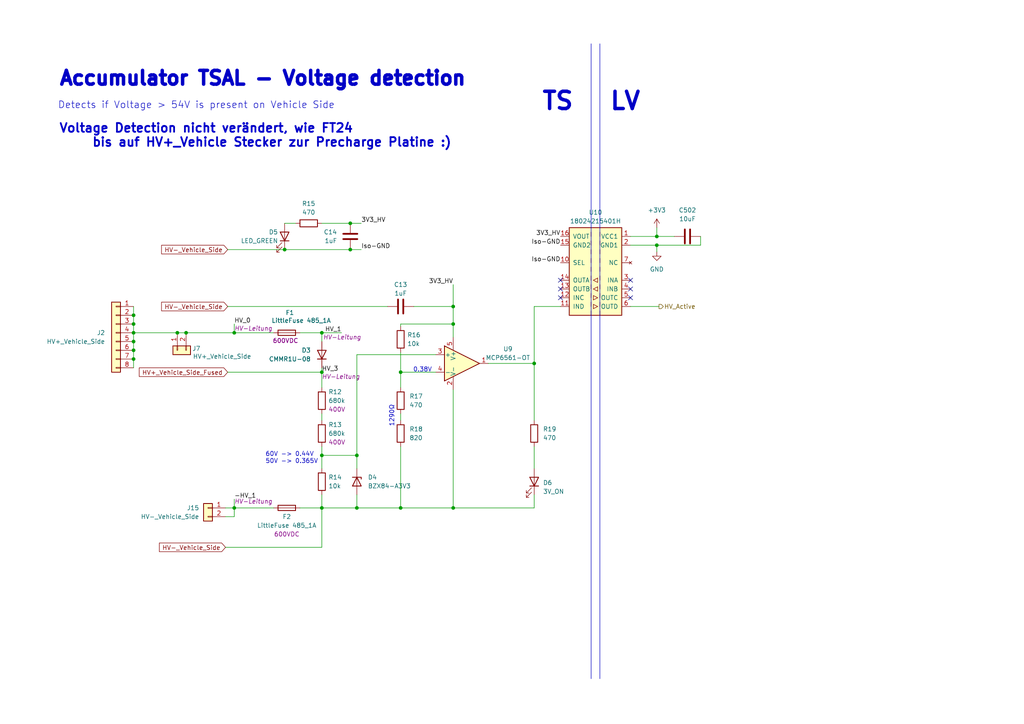
<source format=kicad_sch>
(kicad_sch
	(version 20231120)
	(generator "eeschema")
	(generator_version "8.0")
	(uuid "8187bab8-e1b7-4d6d-913a-e646585e9343")
	(paper "A4")
	(lib_symbols
		(symbol "18024215401H:18024215401H"
			(pin_names
				(offset 1.016)
			)
			(exclude_from_sim no)
			(in_bom yes)
			(on_board yes)
			(property "Reference" "U"
				(at 0 15.875 0)
				(effects
					(font
						(size 1.27 1.27)
					)
				)
			)
			(property "Value" "18024215401H"
				(at 0 13.97 0)
				(effects
					(font
						(size 1.27 1.27)
					)
				)
			)
			(property "Footprint" "Package_SO:SOIC-16W_7.5x10.3mm_P1.27mm"
				(at 0 -13.97 0)
				(effects
					(font
						(size 1.27 1.27)
						(italic yes)
					)
					(hide yes)
				)
			)
			(property "Datasheet" "https://www.we-online.com/components/products/datasheet/18024215401L.pdf"
				(at 1.27 17.78 0)
				(effects
					(font
						(size 1.27 1.27)
					)
					(hide yes)
				)
			)
			(property "Description" ""
				(at 0 0 0)
				(effects
					(font
						(size 1.27 1.27)
					)
					(hide yes)
				)
			)
			(property "ki_keywords" "4Ch Quad Digital Isolator 25Mbps"
				(at 0 0 0)
				(effects
					(font
						(size 1.27 1.27)
					)
					(hide yes)
				)
			)
			(property "ki_fp_filters" "SO*"
				(at 0 0 0)
				(effects
					(font
						(size 1.27 1.27)
					)
					(hide yes)
				)
			)
			(symbol "18024215401H_0_1"
				(rectangle
					(start -7.62 12.7)
					(end 7.62 -12.7)
					(stroke
						(width 0.254)
						(type default)
					)
					(fill
						(type background)
					)
				)
				(polyline
					(pts
						(xy -1.27 -11.43) (xy -1.27 -12.7)
					)
					(stroke
						(width 0)
						(type default)
					)
					(fill
						(type none)
					)
				)
				(polyline
					(pts
						(xy -1.27 -8.89) (xy -1.27 -10.16)
					)
					(stroke
						(width 0)
						(type default)
					)
					(fill
						(type none)
					)
				)
				(polyline
					(pts
						(xy -1.27 -6.35) (xy -1.27 -7.62)
					)
					(stroke
						(width 0)
						(type default)
					)
					(fill
						(type none)
					)
				)
				(polyline
					(pts
						(xy -1.27 -3.81) (xy -1.27 -5.08)
					)
					(stroke
						(width 0)
						(type default)
					)
					(fill
						(type none)
					)
				)
				(polyline
					(pts
						(xy -1.27 -1.27) (xy -1.27 -2.54)
					)
					(stroke
						(width 0)
						(type default)
					)
					(fill
						(type none)
					)
				)
				(polyline
					(pts
						(xy -1.27 1.27) (xy -1.27 0)
					)
					(stroke
						(width 0)
						(type default)
					)
					(fill
						(type none)
					)
				)
				(polyline
					(pts
						(xy -1.27 3.81) (xy -1.27 2.54)
					)
					(stroke
						(width 0)
						(type default)
					)
					(fill
						(type none)
					)
				)
				(polyline
					(pts
						(xy -1.27 6.35) (xy -1.27 5.08)
					)
					(stroke
						(width 0)
						(type default)
					)
					(fill
						(type none)
					)
				)
				(polyline
					(pts
						(xy -1.27 8.89) (xy -1.27 7.62)
					)
					(stroke
						(width 0)
						(type default)
					)
					(fill
						(type none)
					)
				)
				(polyline
					(pts
						(xy -1.27 11.43) (xy -1.27 10.16)
					)
					(stroke
						(width 0)
						(type default)
					)
					(fill
						(type none)
					)
				)
				(polyline
					(pts
						(xy 1.27 -11.43) (xy 1.27 -12.7)
					)
					(stroke
						(width 0)
						(type default)
					)
					(fill
						(type none)
					)
				)
				(polyline
					(pts
						(xy 1.27 -8.89) (xy 1.27 -10.16)
					)
					(stroke
						(width 0)
						(type default)
					)
					(fill
						(type none)
					)
				)
				(polyline
					(pts
						(xy 1.27 -6.35) (xy 1.27 -7.62)
					)
					(stroke
						(width 0)
						(type default)
					)
					(fill
						(type none)
					)
				)
				(polyline
					(pts
						(xy 1.27 -3.81) (xy 1.27 -5.08)
					)
					(stroke
						(width 0)
						(type default)
					)
					(fill
						(type none)
					)
				)
				(polyline
					(pts
						(xy 1.27 -1.27) (xy 1.27 -2.54)
					)
					(stroke
						(width 0)
						(type default)
					)
					(fill
						(type none)
					)
				)
				(polyline
					(pts
						(xy 1.27 1.27) (xy 1.27 0)
					)
					(stroke
						(width 0)
						(type default)
					)
					(fill
						(type none)
					)
				)
				(polyline
					(pts
						(xy 1.27 3.81) (xy 1.27 2.54)
					)
					(stroke
						(width 0)
						(type default)
					)
					(fill
						(type none)
					)
				)
				(polyline
					(pts
						(xy 1.27 6.35) (xy 1.27 5.08)
					)
					(stroke
						(width 0)
						(type default)
					)
					(fill
						(type none)
					)
				)
				(polyline
					(pts
						(xy 1.27 8.89) (xy 1.27 7.62)
					)
					(stroke
						(width 0)
						(type default)
					)
					(fill
						(type none)
					)
				)
				(polyline
					(pts
						(xy 1.27 11.43) (xy 1.27 10.16)
					)
					(stroke
						(width 0)
						(type default)
					)
					(fill
						(type none)
					)
				)
				(polyline
					(pts
						(xy -0.635 -10.16) (xy 0.635 -9.525) (xy 0.635 -10.795) (xy -0.635 -10.16)
					)
					(stroke
						(width 0)
						(type default)
					)
					(fill
						(type none)
					)
				)
				(polyline
					(pts
						(xy -0.635 -7.62) (xy 0.635 -6.985) (xy 0.635 -8.255) (xy -0.635 -7.62)
					)
					(stroke
						(width 0)
						(type default)
					)
					(fill
						(type none)
					)
				)
				(polyline
					(pts
						(xy -0.635 -4.445) (xy -0.635 -5.715) (xy 0.635 -5.08) (xy -0.635 -4.445)
					)
					(stroke
						(width 0)
						(type default)
					)
					(fill
						(type none)
					)
				)
				(polyline
					(pts
						(xy -0.635 -1.905) (xy -0.635 -3.175) (xy 0.635 -2.54) (xy -0.635 -1.905)
					)
					(stroke
						(width 0)
						(type default)
					)
					(fill
						(type none)
					)
				)
			)
			(symbol "18024215401H_1_1"
				(pin power_in line
					(at -10.16 10.16 0)
					(length 2.54)
					(name "VCC1"
						(effects
							(font
								(size 1.27 1.27)
							)
						)
					)
					(number "1"
						(effects
							(font
								(size 1.27 1.27)
							)
						)
					)
				)
				(pin input line
					(at 10.16 2.54 180)
					(length 2.54)
					(name "SEL"
						(effects
							(font
								(size 1.27 1.27)
							)
						)
					)
					(number "10"
						(effects
							(font
								(size 1.27 1.27)
							)
						)
					)
				)
				(pin input line
					(at 10.16 -10.16 180)
					(length 2.54)
					(name "IND"
						(effects
							(font
								(size 1.27 1.27)
							)
						)
					)
					(number "11"
						(effects
							(font
								(size 1.27 1.27)
							)
						)
					)
				)
				(pin input line
					(at 10.16 -7.62 180)
					(length 2.54)
					(name "INC"
						(effects
							(font
								(size 1.27 1.27)
							)
						)
					)
					(number "12"
						(effects
							(font
								(size 1.27 1.27)
							)
						)
					)
				)
				(pin output line
					(at 10.16 -5.08 180)
					(length 2.54)
					(name "OUTB"
						(effects
							(font
								(size 1.27 1.27)
							)
						)
					)
					(number "13"
						(effects
							(font
								(size 1.27 1.27)
							)
						)
					)
				)
				(pin output line
					(at 10.16 -2.54 180)
					(length 2.54)
					(name "OUTA"
						(effects
							(font
								(size 1.27 1.27)
							)
						)
					)
					(number "14"
						(effects
							(font
								(size 1.27 1.27)
							)
						)
					)
				)
				(pin power_out line
					(at 10.16 7.62 180)
					(length 2.54)
					(name "GND2"
						(effects
							(font
								(size 1.27 1.27)
							)
						)
					)
					(number "15"
						(effects
							(font
								(size 1.27 1.27)
							)
						)
					)
				)
				(pin power_out line
					(at 10.16 10.16 180)
					(length 2.54)
					(name "VOUT"
						(effects
							(font
								(size 1.27 1.27)
							)
						)
					)
					(number "16"
						(effects
							(font
								(size 1.27 1.27)
							)
						)
					)
				)
				(pin power_in line
					(at -10.16 7.62 0)
					(length 2.54)
					(name "GND1"
						(effects
							(font
								(size 1.27 1.27)
							)
						)
					)
					(number "2"
						(effects
							(font
								(size 1.27 1.27)
							)
						)
					)
				)
				(pin input line
					(at -10.16 -2.54 0)
					(length 2.54)
					(name "INA"
						(effects
							(font
								(size 1.27 1.27)
							)
						)
					)
					(number "3"
						(effects
							(font
								(size 1.27 1.27)
							)
						)
					)
				)
				(pin input line
					(at -10.16 -5.08 0)
					(length 2.54)
					(name "INB"
						(effects
							(font
								(size 1.27 1.27)
							)
						)
					)
					(number "4"
						(effects
							(font
								(size 1.27 1.27)
							)
						)
					)
				)
				(pin output line
					(at -10.16 -7.62 0)
					(length 2.54)
					(name "OUTC"
						(effects
							(font
								(size 1.27 1.27)
							)
						)
					)
					(number "5"
						(effects
							(font
								(size 1.27 1.27)
							)
						)
					)
				)
				(pin output line
					(at -10.16 -10.16 0)
					(length 2.54)
					(name "OUTD"
						(effects
							(font
								(size 1.27 1.27)
							)
						)
					)
					(number "6"
						(effects
							(font
								(size 1.27 1.27)
							)
						)
					)
				)
				(pin no_connect line
					(at -10.16 2.54 0)
					(length 2.54)
					(name "NC"
						(effects
							(font
								(size 1.27 1.27)
							)
						)
					)
					(number "7"
						(effects
							(font
								(size 1.27 1.27)
							)
						)
					)
				)
				(pin power_in line
					(at -10.16 7.62 0)
					(length 2.54) hide
					(name "GND1"
						(effects
							(font
								(size 1.27 1.27)
							)
						)
					)
					(number "8"
						(effects
							(font
								(size 1.27 1.27)
							)
						)
					)
				)
				(pin power_out line
					(at 10.16 7.62 180)
					(length 2.54) hide
					(name "GND2"
						(effects
							(font
								(size 1.27 1.27)
							)
						)
					)
					(number "9"
						(effects
							(font
								(size 1.27 1.27)
							)
						)
					)
				)
			)
		)
		(symbol "Comparator:MCP6561-OT"
			(pin_names
				(offset 0.127)
			)
			(exclude_from_sim no)
			(in_bom yes)
			(on_board yes)
			(property "Reference" "U"
				(at -1.27 6.35 0)
				(effects
					(font
						(size 1.27 1.27)
					)
					(justify left)
				)
			)
			(property "Value" "MCP6561-OT"
				(at -1.27 3.81 0)
				(effects
					(font
						(size 1.27 1.27)
					)
					(justify left)
				)
			)
			(property "Footprint" "Package_TO_SOT_SMD:SOT-23-5"
				(at -2.54 -5.08 0)
				(effects
					(font
						(size 1.27 1.27)
					)
					(justify left)
					(hide yes)
				)
			)
			(property "Datasheet" "http://ww1.microchip.com/downloads/en/DeviceDoc/MCP6561-1R-1U-2-4-1.8V-Low-Power-Push-Pull-Output-Comparator-DS20002139E.pdf"
				(at 0 5.08 0)
				(effects
					(font
						(size 1.27 1.27)
					)
					(hide yes)
				)
			)
			(property "Description" "Single 1.8V Low-Power Push-Pull Output Comparator, SOT-23-5"
				(at 0 0 0)
				(effects
					(font
						(size 1.27 1.27)
					)
					(hide yes)
				)
			)
			(property "ki_keywords" "cmp"
				(at 0 0 0)
				(effects
					(font
						(size 1.27 1.27)
					)
					(hide yes)
				)
			)
			(property "ki_fp_filters" "SOT?23*"
				(at 0 0 0)
				(effects
					(font
						(size 1.27 1.27)
					)
					(hide yes)
				)
			)
			(symbol "MCP6561-OT_0_1"
				(polyline
					(pts
						(xy -5.08 5.08) (xy 5.08 0) (xy -5.08 -5.08) (xy -5.08 5.08)
					)
					(stroke
						(width 0.254)
						(type default)
					)
					(fill
						(type background)
					)
				)
				(pin power_in line
					(at -2.54 -7.62 90)
					(length 3.81)
					(name "V-"
						(effects
							(font
								(size 1.27 1.27)
							)
						)
					)
					(number "2"
						(effects
							(font
								(size 1.27 1.27)
							)
						)
					)
				)
				(pin power_in line
					(at -2.54 7.62 270)
					(length 3.81)
					(name "V+"
						(effects
							(font
								(size 1.27 1.27)
							)
						)
					)
					(number "5"
						(effects
							(font
								(size 1.27 1.27)
							)
						)
					)
				)
			)
			(symbol "MCP6561-OT_1_1"
				(pin output line
					(at 7.62 0 180)
					(length 2.54)
					(name "~"
						(effects
							(font
								(size 1.27 1.27)
							)
						)
					)
					(number "1"
						(effects
							(font
								(size 1.27 1.27)
							)
						)
					)
				)
				(pin input line
					(at -7.62 2.54 0)
					(length 2.54)
					(name "+"
						(effects
							(font
								(size 1.27 1.27)
							)
						)
					)
					(number "3"
						(effects
							(font
								(size 1.27 1.27)
							)
						)
					)
				)
				(pin input line
					(at -7.62 -2.54 0)
					(length 2.54)
					(name "-"
						(effects
							(font
								(size 1.27 1.27)
							)
						)
					)
					(number "4"
						(effects
							(font
								(size 1.27 1.27)
							)
						)
					)
				)
			)
		)
		(symbol "Connector_Generic:Conn_01x02"
			(pin_names
				(offset 1.016) hide)
			(exclude_from_sim no)
			(in_bom yes)
			(on_board yes)
			(property "Reference" "J"
				(at 0 2.54 0)
				(effects
					(font
						(size 1.27 1.27)
					)
				)
			)
			(property "Value" "Conn_01x02"
				(at 0 -5.08 0)
				(effects
					(font
						(size 1.27 1.27)
					)
				)
			)
			(property "Footprint" ""
				(at 0 0 0)
				(effects
					(font
						(size 1.27 1.27)
					)
					(hide yes)
				)
			)
			(property "Datasheet" "~"
				(at 0 0 0)
				(effects
					(font
						(size 1.27 1.27)
					)
					(hide yes)
				)
			)
			(property "Description" "Generic connector, single row, 01x02, script generated (kicad-library-utils/schlib/autogen/connector/)"
				(at 0 0 0)
				(effects
					(font
						(size 1.27 1.27)
					)
					(hide yes)
				)
			)
			(property "ki_keywords" "connector"
				(at 0 0 0)
				(effects
					(font
						(size 1.27 1.27)
					)
					(hide yes)
				)
			)
			(property "ki_fp_filters" "Connector*:*_1x??_*"
				(at 0 0 0)
				(effects
					(font
						(size 1.27 1.27)
					)
					(hide yes)
				)
			)
			(symbol "Conn_01x02_1_1"
				(rectangle
					(start -1.27 -2.413)
					(end 0 -2.667)
					(stroke
						(width 0.1524)
						(type default)
					)
					(fill
						(type none)
					)
				)
				(rectangle
					(start -1.27 0.127)
					(end 0 -0.127)
					(stroke
						(width 0.1524)
						(type default)
					)
					(fill
						(type none)
					)
				)
				(rectangle
					(start -1.27 1.27)
					(end 1.27 -3.81)
					(stroke
						(width 0.254)
						(type default)
					)
					(fill
						(type background)
					)
				)
				(pin passive line
					(at -5.08 0 0)
					(length 3.81)
					(name "Pin_1"
						(effects
							(font
								(size 1.27 1.27)
							)
						)
					)
					(number "1"
						(effects
							(font
								(size 1.27 1.27)
							)
						)
					)
				)
				(pin passive line
					(at -5.08 -2.54 0)
					(length 3.81)
					(name "Pin_2"
						(effects
							(font
								(size 1.27 1.27)
							)
						)
					)
					(number "2"
						(effects
							(font
								(size 1.27 1.27)
							)
						)
					)
				)
			)
		)
		(symbol "Connector_Generic:Conn_01x08"
			(pin_names
				(offset 1.016) hide)
			(exclude_from_sim no)
			(in_bom yes)
			(on_board yes)
			(property "Reference" "J"
				(at 0 10.16 0)
				(effects
					(font
						(size 1.27 1.27)
					)
				)
			)
			(property "Value" "Conn_01x08"
				(at 0 -12.7 0)
				(effects
					(font
						(size 1.27 1.27)
					)
				)
			)
			(property "Footprint" ""
				(at 0 0 0)
				(effects
					(font
						(size 1.27 1.27)
					)
					(hide yes)
				)
			)
			(property "Datasheet" "~"
				(at 0 0 0)
				(effects
					(font
						(size 1.27 1.27)
					)
					(hide yes)
				)
			)
			(property "Description" "Generic connector, single row, 01x08, script generated (kicad-library-utils/schlib/autogen/connector/)"
				(at 0 0 0)
				(effects
					(font
						(size 1.27 1.27)
					)
					(hide yes)
				)
			)
			(property "ki_keywords" "connector"
				(at 0 0 0)
				(effects
					(font
						(size 1.27 1.27)
					)
					(hide yes)
				)
			)
			(property "ki_fp_filters" "Connector*:*_1x??_*"
				(at 0 0 0)
				(effects
					(font
						(size 1.27 1.27)
					)
					(hide yes)
				)
			)
			(symbol "Conn_01x08_1_1"
				(rectangle
					(start -1.27 -10.033)
					(end 0 -10.287)
					(stroke
						(width 0.1524)
						(type default)
					)
					(fill
						(type none)
					)
				)
				(rectangle
					(start -1.27 -7.493)
					(end 0 -7.747)
					(stroke
						(width 0.1524)
						(type default)
					)
					(fill
						(type none)
					)
				)
				(rectangle
					(start -1.27 -4.953)
					(end 0 -5.207)
					(stroke
						(width 0.1524)
						(type default)
					)
					(fill
						(type none)
					)
				)
				(rectangle
					(start -1.27 -2.413)
					(end 0 -2.667)
					(stroke
						(width 0.1524)
						(type default)
					)
					(fill
						(type none)
					)
				)
				(rectangle
					(start -1.27 0.127)
					(end 0 -0.127)
					(stroke
						(width 0.1524)
						(type default)
					)
					(fill
						(type none)
					)
				)
				(rectangle
					(start -1.27 2.667)
					(end 0 2.413)
					(stroke
						(width 0.1524)
						(type default)
					)
					(fill
						(type none)
					)
				)
				(rectangle
					(start -1.27 5.207)
					(end 0 4.953)
					(stroke
						(width 0.1524)
						(type default)
					)
					(fill
						(type none)
					)
				)
				(rectangle
					(start -1.27 7.747)
					(end 0 7.493)
					(stroke
						(width 0.1524)
						(type default)
					)
					(fill
						(type none)
					)
				)
				(rectangle
					(start -1.27 8.89)
					(end 1.27 -11.43)
					(stroke
						(width 0.254)
						(type default)
					)
					(fill
						(type background)
					)
				)
				(pin passive line
					(at -5.08 7.62 0)
					(length 3.81)
					(name "Pin_1"
						(effects
							(font
								(size 1.27 1.27)
							)
						)
					)
					(number "1"
						(effects
							(font
								(size 1.27 1.27)
							)
						)
					)
				)
				(pin passive line
					(at -5.08 5.08 0)
					(length 3.81)
					(name "Pin_2"
						(effects
							(font
								(size 1.27 1.27)
							)
						)
					)
					(number "2"
						(effects
							(font
								(size 1.27 1.27)
							)
						)
					)
				)
				(pin passive line
					(at -5.08 2.54 0)
					(length 3.81)
					(name "Pin_3"
						(effects
							(font
								(size 1.27 1.27)
							)
						)
					)
					(number "3"
						(effects
							(font
								(size 1.27 1.27)
							)
						)
					)
				)
				(pin passive line
					(at -5.08 0 0)
					(length 3.81)
					(name "Pin_4"
						(effects
							(font
								(size 1.27 1.27)
							)
						)
					)
					(number "4"
						(effects
							(font
								(size 1.27 1.27)
							)
						)
					)
				)
				(pin passive line
					(at -5.08 -2.54 0)
					(length 3.81)
					(name "Pin_5"
						(effects
							(font
								(size 1.27 1.27)
							)
						)
					)
					(number "5"
						(effects
							(font
								(size 1.27 1.27)
							)
						)
					)
				)
				(pin passive line
					(at -5.08 -5.08 0)
					(length 3.81)
					(name "Pin_6"
						(effects
							(font
								(size 1.27 1.27)
							)
						)
					)
					(number "6"
						(effects
							(font
								(size 1.27 1.27)
							)
						)
					)
				)
				(pin passive line
					(at -5.08 -7.62 0)
					(length 3.81)
					(name "Pin_7"
						(effects
							(font
								(size 1.27 1.27)
							)
						)
					)
					(number "7"
						(effects
							(font
								(size 1.27 1.27)
							)
						)
					)
				)
				(pin passive line
					(at -5.08 -10.16 0)
					(length 3.81)
					(name "Pin_8"
						(effects
							(font
								(size 1.27 1.27)
							)
						)
					)
					(number "8"
						(effects
							(font
								(size 1.27 1.27)
							)
						)
					)
				)
			)
		)
		(symbol "Device:C"
			(pin_numbers hide)
			(pin_names
				(offset 0.254)
			)
			(exclude_from_sim no)
			(in_bom yes)
			(on_board yes)
			(property "Reference" "C"
				(at 0.635 2.54 0)
				(effects
					(font
						(size 1.27 1.27)
					)
					(justify left)
				)
			)
			(property "Value" "C"
				(at 0.635 -2.54 0)
				(effects
					(font
						(size 1.27 1.27)
					)
					(justify left)
				)
			)
			(property "Footprint" ""
				(at 0.9652 -3.81 0)
				(effects
					(font
						(size 1.27 1.27)
					)
					(hide yes)
				)
			)
			(property "Datasheet" "~"
				(at 0 0 0)
				(effects
					(font
						(size 1.27 1.27)
					)
					(hide yes)
				)
			)
			(property "Description" "Unpolarized capacitor"
				(at 0 0 0)
				(effects
					(font
						(size 1.27 1.27)
					)
					(hide yes)
				)
			)
			(property "ki_keywords" "cap capacitor"
				(at 0 0 0)
				(effects
					(font
						(size 1.27 1.27)
					)
					(hide yes)
				)
			)
			(property "ki_fp_filters" "C_*"
				(at 0 0 0)
				(effects
					(font
						(size 1.27 1.27)
					)
					(hide yes)
				)
			)
			(symbol "C_0_1"
				(polyline
					(pts
						(xy -2.032 -0.762) (xy 2.032 -0.762)
					)
					(stroke
						(width 0.508)
						(type default)
					)
					(fill
						(type none)
					)
				)
				(polyline
					(pts
						(xy -2.032 0.762) (xy 2.032 0.762)
					)
					(stroke
						(width 0.508)
						(type default)
					)
					(fill
						(type none)
					)
				)
			)
			(symbol "C_1_1"
				(pin passive line
					(at 0 3.81 270)
					(length 2.794)
					(name "~"
						(effects
							(font
								(size 1.27 1.27)
							)
						)
					)
					(number "1"
						(effects
							(font
								(size 1.27 1.27)
							)
						)
					)
				)
				(pin passive line
					(at 0 -3.81 90)
					(length 2.794)
					(name "~"
						(effects
							(font
								(size 1.27 1.27)
							)
						)
					)
					(number "2"
						(effects
							(font
								(size 1.27 1.27)
							)
						)
					)
				)
			)
		)
		(symbol "Device:LED"
			(pin_numbers hide)
			(pin_names
				(offset 1.016) hide)
			(exclude_from_sim no)
			(in_bom yes)
			(on_board yes)
			(property "Reference" "D"
				(at 0 2.54 0)
				(effects
					(font
						(size 1.27 1.27)
					)
				)
			)
			(property "Value" "LED"
				(at 0 -2.54 0)
				(effects
					(font
						(size 1.27 1.27)
					)
				)
			)
			(property "Footprint" ""
				(at 0 0 0)
				(effects
					(font
						(size 1.27 1.27)
					)
					(hide yes)
				)
			)
			(property "Datasheet" "~"
				(at 0 0 0)
				(effects
					(font
						(size 1.27 1.27)
					)
					(hide yes)
				)
			)
			(property "Description" "Light emitting diode"
				(at 0 0 0)
				(effects
					(font
						(size 1.27 1.27)
					)
					(hide yes)
				)
			)
			(property "ki_keywords" "LED diode"
				(at 0 0 0)
				(effects
					(font
						(size 1.27 1.27)
					)
					(hide yes)
				)
			)
			(property "ki_fp_filters" "LED* LED_SMD:* LED_THT:*"
				(at 0 0 0)
				(effects
					(font
						(size 1.27 1.27)
					)
					(hide yes)
				)
			)
			(symbol "LED_0_1"
				(polyline
					(pts
						(xy -1.27 -1.27) (xy -1.27 1.27)
					)
					(stroke
						(width 0.254)
						(type default)
					)
					(fill
						(type none)
					)
				)
				(polyline
					(pts
						(xy -1.27 0) (xy 1.27 0)
					)
					(stroke
						(width 0)
						(type default)
					)
					(fill
						(type none)
					)
				)
				(polyline
					(pts
						(xy 1.27 -1.27) (xy 1.27 1.27) (xy -1.27 0) (xy 1.27 -1.27)
					)
					(stroke
						(width 0.254)
						(type default)
					)
					(fill
						(type none)
					)
				)
				(polyline
					(pts
						(xy -3.048 -0.762) (xy -4.572 -2.286) (xy -3.81 -2.286) (xy -4.572 -2.286) (xy -4.572 -1.524)
					)
					(stroke
						(width 0)
						(type default)
					)
					(fill
						(type none)
					)
				)
				(polyline
					(pts
						(xy -1.778 -0.762) (xy -3.302 -2.286) (xy -2.54 -2.286) (xy -3.302 -2.286) (xy -3.302 -1.524)
					)
					(stroke
						(width 0)
						(type default)
					)
					(fill
						(type none)
					)
				)
			)
			(symbol "LED_1_1"
				(pin passive line
					(at -3.81 0 0)
					(length 2.54)
					(name "K"
						(effects
							(font
								(size 1.27 1.27)
							)
						)
					)
					(number "1"
						(effects
							(font
								(size 1.27 1.27)
							)
						)
					)
				)
				(pin passive line
					(at 3.81 0 180)
					(length 2.54)
					(name "A"
						(effects
							(font
								(size 1.27 1.27)
							)
						)
					)
					(number "2"
						(effects
							(font
								(size 1.27 1.27)
							)
						)
					)
				)
			)
		)
		(symbol "Device:R"
			(pin_numbers hide)
			(pin_names
				(offset 0)
			)
			(exclude_from_sim no)
			(in_bom yes)
			(on_board yes)
			(property "Reference" "R"
				(at 2.032 0 90)
				(effects
					(font
						(size 1.27 1.27)
					)
				)
			)
			(property "Value" "R"
				(at 0 0 90)
				(effects
					(font
						(size 1.27 1.27)
					)
				)
			)
			(property "Footprint" ""
				(at -1.778 0 90)
				(effects
					(font
						(size 1.27 1.27)
					)
					(hide yes)
				)
			)
			(property "Datasheet" "~"
				(at 0 0 0)
				(effects
					(font
						(size 1.27 1.27)
					)
					(hide yes)
				)
			)
			(property "Description" "Resistor"
				(at 0 0 0)
				(effects
					(font
						(size 1.27 1.27)
					)
					(hide yes)
				)
			)
			(property "ki_keywords" "R res resistor"
				(at 0 0 0)
				(effects
					(font
						(size 1.27 1.27)
					)
					(hide yes)
				)
			)
			(property "ki_fp_filters" "R_*"
				(at 0 0 0)
				(effects
					(font
						(size 1.27 1.27)
					)
					(hide yes)
				)
			)
			(symbol "R_0_1"
				(rectangle
					(start -1.016 -2.54)
					(end 1.016 2.54)
					(stroke
						(width 0.254)
						(type default)
					)
					(fill
						(type none)
					)
				)
			)
			(symbol "R_1_1"
				(pin passive line
					(at 0 3.81 270)
					(length 1.27)
					(name "~"
						(effects
							(font
								(size 1.27 1.27)
							)
						)
					)
					(number "1"
						(effects
							(font
								(size 1.27 1.27)
							)
						)
					)
				)
				(pin passive line
					(at 0 -3.81 90)
					(length 1.27)
					(name "~"
						(effects
							(font
								(size 1.27 1.27)
							)
						)
					)
					(number "2"
						(effects
							(font
								(size 1.27 1.27)
							)
						)
					)
				)
			)
		)
		(symbol "FaSTTUBe_Fuses:485_1A"
			(pin_numbers hide)
			(pin_names
				(offset 0)
			)
			(exclude_from_sim no)
			(in_bom yes)
			(on_board yes)
			(property "Reference" "F"
				(at 2.032 0 90)
				(effects
					(font
						(size 1.27 1.27)
					)
				)
			)
			(property "Value" "485_1A"
				(at -5.08 0 90)
				(effects
					(font
						(size 1.27 1.27)
					)
				)
			)
			(property "Footprint" "FaSTTUBe_Fuses:Littelfuse_485"
				(at 5.08 0 90)
				(effects
					(font
						(size 1.27 1.27)
					)
					(hide yes)
				)
			)
			(property "Datasheet" "~"
				(at 0 0 0)
				(effects
					(font
						(size 1.27 1.27)
					)
					(hide yes)
				)
			)
			(property "Description" "Littelfuse 485 Series 600Vdc, 1A"
				(at 0 0 0)
				(effects
					(font
						(size 1.27 1.27)
					)
					(hide yes)
				)
			)
			(property "Voltage" "600VDC"
				(at -2.54 0 90)
				(effects
					(font
						(size 1.27 1.27)
					)
				)
			)
			(property "ki_keywords" "fuse"
				(at 0 0 0)
				(effects
					(font
						(size 1.27 1.27)
					)
					(hide yes)
				)
			)
			(property "ki_fp_filters" "*Fuse*"
				(at 0 0 0)
				(effects
					(font
						(size 1.27 1.27)
					)
					(hide yes)
				)
			)
			(symbol "485_1A_0_1"
				(rectangle
					(start -0.762 -2.54)
					(end 0.762 2.54)
					(stroke
						(width 0.254)
						(type default)
					)
					(fill
						(type none)
					)
				)
				(polyline
					(pts
						(xy 0 2.54) (xy 0 -2.54)
					)
					(stroke
						(width 0)
						(type default)
					)
					(fill
						(type none)
					)
				)
			)
			(symbol "485_1A_1_1"
				(pin passive line
					(at 0 3.81 270)
					(length 1.27)
					(name "~"
						(effects
							(font
								(size 1.27 1.27)
							)
						)
					)
					(number "1"
						(effects
							(font
								(size 1.27 1.27)
							)
						)
					)
				)
				(pin passive line
					(at 0 -3.81 90)
					(length 1.27)
					(name "~"
						(effects
							(font
								(size 1.27 1.27)
							)
						)
					)
					(number "2"
						(effects
							(font
								(size 1.27 1.27)
							)
						)
					)
				)
			)
		)
		(symbol "HV_Indicator:CMMR1U-08"
			(pin_numbers hide)
			(pin_names
				(offset 1.016) hide)
			(exclude_from_sim no)
			(in_bom yes)
			(on_board yes)
			(property "Reference" "D"
				(at 0 2.54 0)
				(effects
					(font
						(size 1.27 1.27)
					)
				)
			)
			(property "Value" "CMMR1U-08"
				(at 0 -2.54 0)
				(effects
					(font
						(size 1.27 1.27)
					)
				)
			)
			(property "Footprint" "Diode_SMD:D_SOD-123F"
				(at 0 0 0)
				(effects
					(font
						(size 1.27 1.27)
					)
					(hide yes)
				)
			)
			(property "Datasheet" "https://www.mouser.de/datasheet/2/68/CSEMS02975_1-2539073.pdf"
				(at 0 0 0)
				(effects
					(font
						(size 1.27 1.27)
					)
					(hide yes)
				)
			)
			(property "Description" "Diode, Vr=800V, I=1.0A"
				(at 0 0 0)
				(effects
					(font
						(size 1.27 1.27)
					)
					(hide yes)
				)
			)
			(property "ki_keywords" "diode"
				(at 0 0 0)
				(effects
					(font
						(size 1.27 1.27)
					)
					(hide yes)
				)
			)
			(property "ki_fp_filters" "TO-???* *_Diode_* *SingleDiode* D_*"
				(at 0 0 0)
				(effects
					(font
						(size 1.27 1.27)
					)
					(hide yes)
				)
			)
			(symbol "CMMR1U-08_0_1"
				(polyline
					(pts
						(xy -1.27 1.27) (xy -1.27 -1.27)
					)
					(stroke
						(width 0.254)
						(type default)
					)
					(fill
						(type none)
					)
				)
				(polyline
					(pts
						(xy 1.27 0) (xy -1.27 0)
					)
					(stroke
						(width 0)
						(type default)
					)
					(fill
						(type none)
					)
				)
				(polyline
					(pts
						(xy 1.27 1.27) (xy 1.27 -1.27) (xy -1.27 0) (xy 1.27 1.27)
					)
					(stroke
						(width 0.254)
						(type default)
					)
					(fill
						(type none)
					)
				)
			)
			(symbol "CMMR1U-08_1_1"
				(pin passive line
					(at -3.81 0 0)
					(length 2.54)
					(name "K"
						(effects
							(font
								(size 1.27 1.27)
							)
						)
					)
					(number "1"
						(effects
							(font
								(size 1.27 1.27)
							)
						)
					)
				)
				(pin passive line
					(at 3.81 0 180)
					(length 2.54)
					(name "A"
						(effects
							(font
								(size 1.27 1.27)
							)
						)
					)
					(number "2"
						(effects
							(font
								(size 1.27 1.27)
							)
						)
					)
				)
			)
		)
		(symbol "Master:BZX84-A5V1"
			(pin_numbers hide)
			(pin_names
				(offset 1.016) hide)
			(exclude_from_sim no)
			(in_bom yes)
			(on_board yes)
			(property "Reference" "D"
				(at 0 2.54 0)
				(effects
					(font
						(size 1.27 1.27)
					)
				)
			)
			(property "Value" "BZX84-A5V1"
				(at 0 -2.54 0)
				(effects
					(font
						(size 1.27 1.27)
					)
				)
			)
			(property "Footprint" "Package_TO_SOT_SMD:SOT-23-3"
				(at 0 5.08 0)
				(effects
					(font
						(size 1.27 1.27)
					)
					(hide yes)
				)
			)
			(property "Datasheet" "~"
				(at 0 0 0)
				(effects
					(font
						(size 1.27 1.27)
					)
					(hide yes)
				)
			)
			(property "Description" "Zener diode 5.1V SOT-23"
				(at 0 0 0)
				(effects
					(font
						(size 1.27 1.27)
					)
					(hide yes)
				)
			)
			(property "ki_keywords" "diode"
				(at 0 0 0)
				(effects
					(font
						(size 1.27 1.27)
					)
					(hide yes)
				)
			)
			(property "ki_fp_filters" "TO-???* *_Diode_* *SingleDiode* D_*"
				(at 0 0 0)
				(effects
					(font
						(size 1.27 1.27)
					)
					(hide yes)
				)
			)
			(symbol "BZX84-A5V1_0_1"
				(polyline
					(pts
						(xy 1.27 0) (xy -1.27 0)
					)
					(stroke
						(width 0)
						(type default)
					)
					(fill
						(type none)
					)
				)
				(polyline
					(pts
						(xy -1.27 -1.27) (xy -1.27 1.27) (xy -0.762 1.27)
					)
					(stroke
						(width 0.254)
						(type default)
					)
					(fill
						(type none)
					)
				)
				(polyline
					(pts
						(xy 1.27 -1.27) (xy 1.27 1.27) (xy -1.27 0) (xy 1.27 -1.27)
					)
					(stroke
						(width 0.254)
						(type default)
					)
					(fill
						(type none)
					)
				)
			)
			(symbol "BZX84-A5V1_1_1"
				(pin passive line
					(at 3.81 0 180)
					(length 2.54)
					(name "A"
						(effects
							(font
								(size 1.27 1.27)
							)
						)
					)
					(number "1"
						(effects
							(font
								(size 1.27 1.27)
							)
						)
					)
				)
				(pin passive line
					(at -3.81 0 0)
					(length 2.54)
					(name "K"
						(effects
							(font
								(size 1.27 1.27)
							)
						)
					)
					(number "3"
						(effects
							(font
								(size 1.27 1.27)
							)
						)
					)
				)
			)
		)
		(symbol "power:+3V3"
			(power)
			(pin_numbers hide)
			(pin_names
				(offset 0) hide)
			(exclude_from_sim no)
			(in_bom yes)
			(on_board yes)
			(property "Reference" "#PWR"
				(at 0 -3.81 0)
				(effects
					(font
						(size 1.27 1.27)
					)
					(hide yes)
				)
			)
			(property "Value" "+3V3"
				(at 0 3.556 0)
				(effects
					(font
						(size 1.27 1.27)
					)
				)
			)
			(property "Footprint" ""
				(at 0 0 0)
				(effects
					(font
						(size 1.27 1.27)
					)
					(hide yes)
				)
			)
			(property "Datasheet" ""
				(at 0 0 0)
				(effects
					(font
						(size 1.27 1.27)
					)
					(hide yes)
				)
			)
			(property "Description" "Power symbol creates a global label with name \"+3V3\""
				(at 0 0 0)
				(effects
					(font
						(size 1.27 1.27)
					)
					(hide yes)
				)
			)
			(property "ki_keywords" "global power"
				(at 0 0 0)
				(effects
					(font
						(size 1.27 1.27)
					)
					(hide yes)
				)
			)
			(symbol "+3V3_0_1"
				(polyline
					(pts
						(xy -0.762 1.27) (xy 0 2.54)
					)
					(stroke
						(width 0)
						(type default)
					)
					(fill
						(type none)
					)
				)
				(polyline
					(pts
						(xy 0 0) (xy 0 2.54)
					)
					(stroke
						(width 0)
						(type default)
					)
					(fill
						(type none)
					)
				)
				(polyline
					(pts
						(xy 0 2.54) (xy 0.762 1.27)
					)
					(stroke
						(width 0)
						(type default)
					)
					(fill
						(type none)
					)
				)
			)
			(symbol "+3V3_1_1"
				(pin power_in line
					(at 0 0 90)
					(length 0)
					(name "~"
						(effects
							(font
								(size 1.27 1.27)
							)
						)
					)
					(number "1"
						(effects
							(font
								(size 1.27 1.27)
							)
						)
					)
				)
			)
		)
		(symbol "power:GND"
			(power)
			(pin_numbers hide)
			(pin_names
				(offset 0) hide)
			(exclude_from_sim no)
			(in_bom yes)
			(on_board yes)
			(property "Reference" "#PWR"
				(at 0 -6.35 0)
				(effects
					(font
						(size 1.27 1.27)
					)
					(hide yes)
				)
			)
			(property "Value" "GND"
				(at 0 -3.81 0)
				(effects
					(font
						(size 1.27 1.27)
					)
				)
			)
			(property "Footprint" ""
				(at 0 0 0)
				(effects
					(font
						(size 1.27 1.27)
					)
					(hide yes)
				)
			)
			(property "Datasheet" ""
				(at 0 0 0)
				(effects
					(font
						(size 1.27 1.27)
					)
					(hide yes)
				)
			)
			(property "Description" "Power symbol creates a global label with name \"GND\" , ground"
				(at 0 0 0)
				(effects
					(font
						(size 1.27 1.27)
					)
					(hide yes)
				)
			)
			(property "ki_keywords" "global power"
				(at 0 0 0)
				(effects
					(font
						(size 1.27 1.27)
					)
					(hide yes)
				)
			)
			(symbol "GND_0_1"
				(polyline
					(pts
						(xy 0 0) (xy 0 -1.27) (xy 1.27 -1.27) (xy 0 -2.54) (xy -1.27 -1.27) (xy 0 -1.27)
					)
					(stroke
						(width 0)
						(type default)
					)
					(fill
						(type none)
					)
				)
			)
			(symbol "GND_1_1"
				(pin power_in line
					(at 0 0 270)
					(length 0)
					(name "~"
						(effects
							(font
								(size 1.27 1.27)
							)
						)
					)
					(number "1"
						(effects
							(font
								(size 1.27 1.27)
							)
						)
					)
				)
			)
		)
	)
	(junction
		(at 82.55 72.39)
		(diameter 0)
		(color 0 0 0 0)
		(uuid "1325e657-369f-435e-b5c6-ae9c7bd78753")
	)
	(junction
		(at 154.94 105.41)
		(diameter 0)
		(color 0 0 0 0)
		(uuid "19e8c8de-0c21-4c0a-b36c-50c48d583931")
	)
	(junction
		(at 67.945 147.32)
		(diameter 0)
		(color 0 0 0 0)
		(uuid "30e037c0-ec6c-4383-8183-fad876dae8b9")
	)
	(junction
		(at 93.345 96.52)
		(diameter 0)
		(color 0 0 0 0)
		(uuid "34bd49f2-5041-4bb0-a27c-151d30bd8696")
	)
	(junction
		(at 93.345 132.08)
		(diameter 0)
		(color 0 0 0 0)
		(uuid "35d2d975-3a6e-4239-83ae-36b1e56b1957")
	)
	(junction
		(at 103.505 147.32)
		(diameter 0)
		(color 0 0 0 0)
		(uuid "413ec718-fa89-4703-9c8d-09a4b10d0deb")
	)
	(junction
		(at 101.6 72.39)
		(diameter 0)
		(color 0 0 0 0)
		(uuid "4624e293-7147-42ca-8e20-d305bef4eaed")
	)
	(junction
		(at 38.735 101.6)
		(diameter 0)
		(color 0 0 0 0)
		(uuid "5a1f3818-2626-4549-8059-7011f8920837")
	)
	(junction
		(at 51.435 96.52)
		(diameter 0)
		(color 0 0 0 0)
		(uuid "5b784d2f-dd6b-4efb-aa17-c359e5b1cfcc")
	)
	(junction
		(at 38.735 104.14)
		(diameter 0)
		(color 0 0 0 0)
		(uuid "67d509d7-b15e-48bf-b984-4f6179dbfc75")
	)
	(junction
		(at 38.735 96.52)
		(diameter 0)
		(color 0 0 0 0)
		(uuid "726e9cc4-3533-463c-8db7-4fe062b93a7a")
	)
	(junction
		(at 190.5 71.12)
		(diameter 0)
		(color 0 0 0 0)
		(uuid "79d78e7c-287a-4e2c-8ce1-0c24689409b6")
	)
	(junction
		(at 116.205 107.95)
		(diameter 0)
		(color 0 0 0 0)
		(uuid "7ef8a700-6824-464a-82f0-67a6cd2c1637")
	)
	(junction
		(at 103.505 132.08)
		(diameter 0)
		(color 0 0 0 0)
		(uuid "8136cb26-46df-4cdc-aa10-a06cd5f81d23")
	)
	(junction
		(at 101.6 64.77)
		(diameter 0)
		(color 0 0 0 0)
		(uuid "859a292d-6680-4e43-8386-1557650bfcd2")
	)
	(junction
		(at 53.975 96.52)
		(diameter 0)
		(color 0 0 0 0)
		(uuid "8d95ff43-309e-4140-b9e8-214ba15497ca")
	)
	(junction
		(at 93.345 107.95)
		(diameter 0)
		(color 0 0 0 0)
		(uuid "a0ea94e8-b4cb-46da-970d-91cdc27af821")
	)
	(junction
		(at 131.445 88.9)
		(diameter 0)
		(color 0 0 0 0)
		(uuid "c149ca5f-573b-495a-b4c7-8242706c9694")
	)
	(junction
		(at 38.735 99.06)
		(diameter 0)
		(color 0 0 0 0)
		(uuid "ca4e8c72-6d70-4398-b5f3-bc95ba5289e9")
	)
	(junction
		(at 93.345 147.32)
		(diameter 0)
		(color 0 0 0 0)
		(uuid "d4876746-bddf-46b2-8308-5d3ee9bb08f6")
	)
	(junction
		(at 38.735 91.44)
		(diameter 0)
		(color 0 0 0 0)
		(uuid "d71eae3d-b27e-4a29-967c-7f35fc595bad")
	)
	(junction
		(at 131.445 93.98)
		(diameter 0)
		(color 0 0 0 0)
		(uuid "d9f8f98a-d96e-49d3-9fcd-c69116b8d94f")
	)
	(junction
		(at 67.945 96.52)
		(diameter 0)
		(color 0 0 0 0)
		(uuid "dee3800d-ec57-45fc-aaf9-ce39fbf2f1ed")
	)
	(junction
		(at 131.445 147.32)
		(diameter 0)
		(color 0 0 0 0)
		(uuid "e505938e-ceac-43df-94bf-e742f37365b9")
	)
	(junction
		(at 38.735 93.98)
		(diameter 0)
		(color 0 0 0 0)
		(uuid "eedf087c-d0eb-41a5-8431-0b20738a01eb")
	)
	(junction
		(at 190.5 68.58)
		(diameter 0)
		(color 0 0 0 0)
		(uuid "f7c59671-7bcf-4bb5-95f8-a60f381f98d8")
	)
	(junction
		(at 116.205 147.32)
		(diameter 0)
		(color 0 0 0 0)
		(uuid "fcaed05c-44c1-4949-b336-a52ac1bd93da")
	)
	(no_connect
		(at 182.88 86.36)
		(uuid "0dd732aa-7d7b-47ff-9deb-4314060d8f22")
	)
	(no_connect
		(at 182.88 81.28)
		(uuid "2d061b53-8e34-4d27-80fe-662b5274d1b5")
	)
	(no_connect
		(at 162.56 86.36)
		(uuid "4eb71446-8cdf-4494-973a-b117ed749cbe")
	)
	(no_connect
		(at 182.88 83.82)
		(uuid "91ca37eb-bf0a-43b9-a9b2-1422145facff")
	)
	(no_connect
		(at 162.56 81.28)
		(uuid "9a4c7fb7-9a24-411f-92d9-d98777e5cb82")
	)
	(no_connect
		(at 162.56 83.82)
		(uuid "b8d406f0-02fd-4769-a835-5c8ab5231f9d")
	)
	(wire
		(pts
			(xy 67.945 147.32) (xy 65.405 147.32)
		)
		(stroke
			(width 0)
			(type default)
		)
		(uuid "0361bab7-301d-4ff8-b817-d3d9412d62ed")
	)
	(wire
		(pts
			(xy 38.735 91.44) (xy 38.735 93.98)
		)
		(stroke
			(width 0)
			(type default)
		)
		(uuid "0b173871-b4dc-41f3-b27f-74178046fc20")
	)
	(wire
		(pts
			(xy 182.88 88.9) (xy 191.135 88.9)
		)
		(stroke
			(width 0)
			(type default)
		)
		(uuid "0e2b7d8a-cf7c-49d7-8ff5-32656e626f03")
	)
	(wire
		(pts
			(xy 93.345 132.08) (xy 93.345 135.89)
		)
		(stroke
			(width 0)
			(type default)
		)
		(uuid "0ecad4b2-3831-495f-ba64-88f071d07fe1")
	)
	(wire
		(pts
			(xy 203.2 68.58) (xy 203.2 71.12)
		)
		(stroke
			(width 0)
			(type default)
		)
		(uuid "1027b0d4-9ace-4045-8cc8-9e532be77986")
	)
	(wire
		(pts
			(xy 141.605 105.41) (xy 154.94 105.41)
		)
		(stroke
			(width 0)
			(type default)
		)
		(uuid "11a2cce3-24f5-4f87-9bc2-b6f240fd1eea")
	)
	(wire
		(pts
			(xy 120.015 88.9) (xy 131.445 88.9)
		)
		(stroke
			(width 0)
			(type default)
		)
		(uuid "148a1fc6-5b2e-4fb0-9f02-f2fd12c7eeda")
	)
	(wire
		(pts
			(xy 154.94 88.9) (xy 154.94 105.41)
		)
		(stroke
			(width 0)
			(type default)
		)
		(uuid "159f13ac-c311-45a2-a750-83c3e03bf54d")
	)
	(wire
		(pts
			(xy 190.5 66.04) (xy 190.5 68.58)
		)
		(stroke
			(width 0)
			(type default)
		)
		(uuid "21d67a3d-8e7d-4397-9b38-790822ba0dac")
	)
	(wire
		(pts
			(xy 116.205 129.54) (xy 116.205 147.32)
		)
		(stroke
			(width 0)
			(type default)
		)
		(uuid "23a694be-24cd-4818-a054-74dc33e59190")
	)
	(wire
		(pts
			(xy 67.945 93.98) (xy 67.945 96.52)
		)
		(stroke
			(width 0)
			(type default)
		)
		(uuid "29ae49d7-eae1-4128-9199-f331e01a919e")
	)
	(wire
		(pts
			(xy 154.94 135.89) (xy 154.94 129.54)
		)
		(stroke
			(width 0)
			(type default)
		)
		(uuid "2da52933-738d-4070-9ea4-7dbe5b88f36b")
	)
	(wire
		(pts
			(xy 103.505 132.08) (xy 103.505 135.89)
		)
		(stroke
			(width 0)
			(type default)
		)
		(uuid "31cc6249-0a6f-40b9-ba97-f49003b36ddc")
	)
	(wire
		(pts
			(xy 116.205 93.98) (xy 131.445 93.98)
		)
		(stroke
			(width 0)
			(type default)
		)
		(uuid "33948630-503f-4368-b5a1-4133118a8043")
	)
	(wire
		(pts
			(xy 99.06 96.52) (xy 93.345 96.52)
		)
		(stroke
			(width 0)
			(type default)
		)
		(uuid "34f9b0d2-ec9b-49d7-ab0c-0c9ac818b294")
	)
	(wire
		(pts
			(xy 93.345 147.32) (xy 93.345 143.51)
		)
		(stroke
			(width 0)
			(type default)
		)
		(uuid "3aef293e-1861-4ec0-9bc4-205a1d145ba1")
	)
	(wire
		(pts
			(xy 116.205 147.32) (xy 103.505 147.32)
		)
		(stroke
			(width 0)
			(type default)
		)
		(uuid "3c0003ad-a5c9-45bf-9144-b7c98ea84450")
	)
	(wire
		(pts
			(xy 38.735 96.52) (xy 51.435 96.52)
		)
		(stroke
			(width 0)
			(type default)
		)
		(uuid "429d49f9-0f2e-4f7c-87aa-b48a22f52ed8")
	)
	(wire
		(pts
			(xy 154.94 105.41) (xy 154.94 121.92)
		)
		(stroke
			(width 0)
			(type default)
		)
		(uuid "48c33060-13ab-4a0c-8b6f-dd71539a3e75")
	)
	(wire
		(pts
			(xy 154.94 147.32) (xy 131.445 147.32)
		)
		(stroke
			(width 0)
			(type default)
		)
		(uuid "4ace33fb-be7d-44da-91ba-9c52bd2d239f")
	)
	(wire
		(pts
			(xy 182.88 68.58) (xy 190.5 68.58)
		)
		(stroke
			(width 0)
			(type default)
		)
		(uuid "4f1dcd1a-b07e-41cd-95ff-4337ef2ff885")
	)
	(wire
		(pts
			(xy 65.405 158.75) (xy 93.345 158.75)
		)
		(stroke
			(width 0)
			(type default)
		)
		(uuid "51b5773d-3c81-45d5-b7a7-3526577ae096")
	)
	(wire
		(pts
			(xy 82.55 72.39) (xy 101.6 72.39)
		)
		(stroke
			(width 0)
			(type default)
		)
		(uuid "530ec4e8-8939-4a0d-a2c6-84210ea10aab")
	)
	(wire
		(pts
			(xy 116.205 107.95) (xy 116.205 112.395)
		)
		(stroke
			(width 0)
			(type default)
		)
		(uuid "55168837-12ba-4f5f-b964-c6c016db7172")
	)
	(wire
		(pts
			(xy 131.445 113.03) (xy 131.445 147.32)
		)
		(stroke
			(width 0)
			(type default)
		)
		(uuid "58d0f5d9-ddfb-4a7b-a8a2-3b996ecb56f1")
	)
	(wire
		(pts
			(xy 116.205 94.615) (xy 116.205 93.98)
		)
		(stroke
			(width 0)
			(type default)
		)
		(uuid "5b486108-9d8a-43a8-b5f5-620fca28ef5c")
	)
	(wire
		(pts
			(xy 154.94 143.51) (xy 154.94 147.32)
		)
		(stroke
			(width 0)
			(type default)
		)
		(uuid "636f8c75-4e11-4e4a-a19d-0fa69dfbf322")
	)
	(wire
		(pts
			(xy 112.395 88.9) (xy 66.04 88.9)
		)
		(stroke
			(width 0)
			(type default)
		)
		(uuid "645c4523-22d4-4d91-bd6f-a5fb1350d0ec")
	)
	(wire
		(pts
			(xy 82.55 64.77) (xy 85.725 64.77)
		)
		(stroke
			(width 0)
			(type default)
		)
		(uuid "68503ae2-5c47-48d6-b8f0-74b4deec94a5")
	)
	(wire
		(pts
			(xy 103.505 143.51) (xy 103.505 147.32)
		)
		(stroke
			(width 0)
			(type default)
		)
		(uuid "6bb9135f-1742-4560-a06b-77cdcadeede2")
	)
	(wire
		(pts
			(xy 154.94 88.9) (xy 162.56 88.9)
		)
		(stroke
			(width 0)
			(type default)
		)
		(uuid "6e7a43ff-8e05-48fe-99d9-10f884fc6231")
	)
	(wire
		(pts
			(xy 51.435 96.52) (xy 53.975 96.52)
		)
		(stroke
			(width 0)
			(type default)
		)
		(uuid "6f1ddee5-0ba8-4084-ae27-b4d8afda8dd4")
	)
	(wire
		(pts
			(xy 131.445 88.9) (xy 131.445 93.98)
		)
		(stroke
			(width 0)
			(type default)
		)
		(uuid "71139e2a-be8a-492b-be1d-6e35c99d6230")
	)
	(wire
		(pts
			(xy 66.04 72.39) (xy 82.55 72.39)
		)
		(stroke
			(width 0)
			(type default)
		)
		(uuid "7870ec3c-aeee-4ae2-b187-9b497f6db65a")
	)
	(wire
		(pts
			(xy 104.775 72.39) (xy 101.6 72.39)
		)
		(stroke
			(width 0)
			(type default)
		)
		(uuid "790c1823-b893-448b-b81f-661f6cd5de55")
	)
	(wire
		(pts
			(xy 103.505 147.32) (xy 93.345 147.32)
		)
		(stroke
			(width 0)
			(type default)
		)
		(uuid "7ba4dc4e-c5fc-4e15-b98f-7268bb0cc664")
	)
	(wire
		(pts
			(xy 38.735 88.9) (xy 38.735 91.44)
		)
		(stroke
			(width 0)
			(type default)
		)
		(uuid "832ee2f1-e2c1-4be0-ae8d-0347767434f2")
	)
	(wire
		(pts
			(xy 131.445 147.32) (xy 116.205 147.32)
		)
		(stroke
			(width 0)
			(type default)
		)
		(uuid "89557d16-6871-44a9-9900-db9f16433953")
	)
	(wire
		(pts
			(xy 190.5 68.58) (xy 195.58 68.58)
		)
		(stroke
			(width 0)
			(type default)
		)
		(uuid "8d8dc2c7-4ab2-413a-981d-1bb600f5ce5d")
	)
	(wire
		(pts
			(xy 93.345 120.015) (xy 93.345 121.92)
		)
		(stroke
			(width 0)
			(type default)
		)
		(uuid "8e4c4703-1c6f-437c-bc1b-b78cb74c4d81")
	)
	(wire
		(pts
			(xy 93.345 96.52) (xy 86.995 96.52)
		)
		(stroke
			(width 0)
			(type default)
		)
		(uuid "9047aa30-2f1b-4734-801f-73b57b56cd5a")
	)
	(polyline
		(pts
			(xy 173.99 12.7) (xy 173.99 196.85)
		)
		(stroke
			(width 0)
			(type default)
		)
		(uuid "937af98f-a4b4-4f71-bf05-7908a6c80ddc")
	)
	(wire
		(pts
			(xy 190.5 73.025) (xy 190.5 71.12)
		)
		(stroke
			(width 0)
			(type default)
		)
		(uuid "96c9b651-b001-4cf7-b6c9-9a90e23499d6")
	)
	(wire
		(pts
			(xy 53.975 96.52) (xy 67.945 96.52)
		)
		(stroke
			(width 0)
			(type default)
		)
		(uuid "9ca4f7a9-d3b6-493e-a4ab-68749af8ff97")
	)
	(wire
		(pts
			(xy 182.88 71.12) (xy 190.5 71.12)
		)
		(stroke
			(width 0)
			(type default)
		)
		(uuid "a01ef97c-e2d5-4e7c-abc9-d66711218658")
	)
	(wire
		(pts
			(xy 38.735 101.6) (xy 38.735 104.14)
		)
		(stroke
			(width 0)
			(type default)
		)
		(uuid "a4bd0578-164f-4e1c-8d81-99c75da3dfce")
	)
	(wire
		(pts
			(xy 116.205 107.95) (xy 126.365 107.95)
		)
		(stroke
			(width 0)
			(type default)
		)
		(uuid "a755c569-1dc2-4276-a81a-82e3eff866d7")
	)
	(wire
		(pts
			(xy 131.445 93.98) (xy 131.445 97.79)
		)
		(stroke
			(width 0)
			(type default)
		)
		(uuid "a9907c40-c02b-4667-a9d4-08f7f8ef9231")
	)
	(wire
		(pts
			(xy 104.775 64.77) (xy 101.6 64.77)
		)
		(stroke
			(width 0)
			(type default)
		)
		(uuid "aef7261c-3cfb-447b-8d00-ffeb19b60387")
	)
	(wire
		(pts
			(xy 103.505 102.87) (xy 103.505 132.08)
		)
		(stroke
			(width 0)
			(type default)
		)
		(uuid "af5b229b-1291-487c-a533-0e3252a704c7")
	)
	(wire
		(pts
			(xy 116.205 102.235) (xy 116.205 107.95)
		)
		(stroke
			(width 0)
			(type default)
		)
		(uuid "b1c5c907-a209-4051-83ba-34273ae3b664")
	)
	(wire
		(pts
			(xy 126.365 102.87) (xy 103.505 102.87)
		)
		(stroke
			(width 0)
			(type default)
		)
		(uuid "b6a7cdad-baa2-4b72-8ff4-a00d0bfa7d6c")
	)
	(wire
		(pts
			(xy 93.345 106.68) (xy 93.345 107.95)
		)
		(stroke
			(width 0)
			(type default)
		)
		(uuid "b895ee09-3b01-4f01-bc78-663bd34bf2e6")
	)
	(wire
		(pts
			(xy 66.04 107.95) (xy 93.345 107.95)
		)
		(stroke
			(width 0)
			(type default)
		)
		(uuid "b967abf2-1975-4943-9139-891068ca4cb6")
	)
	(wire
		(pts
			(xy 93.345 107.95) (xy 93.345 112.395)
		)
		(stroke
			(width 0)
			(type default)
		)
		(uuid "bbb5d89a-08ce-46b9-bf05-8ebe138a33b8")
	)
	(wire
		(pts
			(xy 93.345 158.75) (xy 93.345 147.32)
		)
		(stroke
			(width 0)
			(type default)
		)
		(uuid "bdba4b48-14fc-49aa-ba57-360155dd7fd1")
	)
	(wire
		(pts
			(xy 38.735 99.06) (xy 38.735 101.6)
		)
		(stroke
			(width 0)
			(type default)
		)
		(uuid "befc3e7b-66cf-41b9-b443-1af2227ea6c6")
	)
	(wire
		(pts
			(xy 93.345 64.77) (xy 101.6 64.77)
		)
		(stroke
			(width 0)
			(type default)
		)
		(uuid "c1a31912-416f-4ae8-b969-a4596e323d8a")
	)
	(wire
		(pts
			(xy 65.405 149.86) (xy 67.945 149.86)
		)
		(stroke
			(width 0)
			(type default)
		)
		(uuid "c2e103fa-e340-403a-b30a-5276d417b226")
	)
	(wire
		(pts
			(xy 67.945 147.32) (xy 79.375 147.32)
		)
		(stroke
			(width 0)
			(type default)
		)
		(uuid "c40f8266-cef5-43f8-93a7-877c2b4530d2")
	)
	(wire
		(pts
			(xy 67.945 147.32) (xy 67.945 149.86)
		)
		(stroke
			(width 0)
			(type default)
		)
		(uuid "c42c3523-3bb1-4a32-bae1-dd85c55b84a0")
	)
	(polyline
		(pts
			(xy 171.45 12.7) (xy 171.45 196.85)
		)
		(stroke
			(width 0)
			(type default)
		)
		(uuid "ceeb407e-a95f-426c-8565-e333c0cb77ff")
	)
	(wire
		(pts
			(xy 67.945 96.52) (xy 79.375 96.52)
		)
		(stroke
			(width 0)
			(type default)
		)
		(uuid "d3758b08-751b-49e7-bfcb-df882ebbc905")
	)
	(wire
		(pts
			(xy 116.205 120.015) (xy 116.205 121.92)
		)
		(stroke
			(width 0)
			(type default)
		)
		(uuid "d819e107-303f-40ad-9029-7123f54696ea")
	)
	(wire
		(pts
			(xy 38.735 96.52) (xy 38.735 99.06)
		)
		(stroke
			(width 0)
			(type default)
		)
		(uuid "d9c049c0-e4ee-4c5d-86ba-c422d8edee54")
	)
	(wire
		(pts
			(xy 203.2 71.12) (xy 190.5 71.12)
		)
		(stroke
			(width 0)
			(type default)
		)
		(uuid "da4a72a0-0891-4e57-bc39-619ab309dba9")
	)
	(wire
		(pts
			(xy 93.345 129.54) (xy 93.345 132.08)
		)
		(stroke
			(width 0)
			(type default)
		)
		(uuid "dc3203fb-67c7-46d8-8717-c559febcff7b")
	)
	(wire
		(pts
			(xy 86.995 147.32) (xy 93.345 147.32)
		)
		(stroke
			(width 0)
			(type default)
		)
		(uuid "de7b3700-b23d-436d-9227-1206fd4b8323")
	)
	(wire
		(pts
			(xy 38.735 104.14) (xy 38.735 106.68)
		)
		(stroke
			(width 0)
			(type default)
		)
		(uuid "e3db289f-b580-4fa9-9697-e01c1c874ae4")
	)
	(wire
		(pts
			(xy 38.735 93.98) (xy 38.735 96.52)
		)
		(stroke
			(width 0)
			(type default)
		)
		(uuid "f321b615-a24c-44bb-bd59-805e376b6e32")
	)
	(wire
		(pts
			(xy 131.445 82.55) (xy 131.445 88.9)
		)
		(stroke
			(width 0)
			(type default)
		)
		(uuid "f4e95bb3-77bd-459d-b064-11e9b3de63c5")
	)
	(wire
		(pts
			(xy 103.505 132.08) (xy 93.345 132.08)
		)
		(stroke
			(width 0)
			(type default)
		)
		(uuid "f7ae679b-b994-4a0c-8c52-e76c4187442c")
	)
	(wire
		(pts
			(xy 93.345 96.52) (xy 93.345 99.06)
		)
		(stroke
			(width 0)
			(type default)
		)
		(uuid "f9af462b-b09f-46b7-b3cf-bae6f6e7016e")
	)
	(wire
		(pts
			(xy 67.945 144.78) (xy 67.945 147.32)
		)
		(stroke
			(width 0)
			(type default)
		)
		(uuid "fbdc675f-bea2-4dbc-91bd-75fdc68ca47d")
	)
	(text "0.38V"
		(exclude_from_sim no)
		(at 122.555 107.315 0)
		(effects
			(font
				(size 1.27 1.27)
			)
		)
		(uuid "1b69be54-b382-4838-b1fe-a4da8e1eecba")
	)
	(text "Accumulator TSAL - Voltage detection"
		(exclude_from_sim no)
		(at 76.2 22.86 0)
		(effects
			(font
				(size 4 4)
				(thickness 2)
				(bold yes)
			)
		)
		(uuid "661a5716-96aa-4d96-a407-70dad510c5e0")
	)
	(text "Detects if Voltage > 54V is present on Vehicle Side"
		(exclude_from_sim no)
		(at 16.764 31.75 0)
		(effects
			(font
				(size 2 2)
			)
			(justify left bottom)
		)
		(uuid "681c7591-8880-4899-a52e-867c99f48259")
	)
	(text "TS"
		(exclude_from_sim no)
		(at 156.845 32.385 0)
		(effects
			(font
				(size 5 5)
				(thickness 1)
				(bold yes)
			)
			(justify left bottom)
		)
		(uuid "6f677719-338f-4500-b24e-45921bb203ed")
	)
	(text "LV"
		(exclude_from_sim no)
		(at 176.53 32.385 0)
		(effects
			(font
				(size 5 5)
				(thickness 1)
				(bold yes)
			)
			(justify left bottom)
		)
		(uuid "9a3e3b44-7774-4536-8767-927a719923e0")
	)
	(text "1290 Ω"
		(exclude_from_sim no)
		(at 113.665 120.65 90)
		(effects
			(font
				(size 1.27 1.27)
			)
		)
		(uuid "b3a024b0-f346-4034-8831-1ab50f4cbfc6")
	)
	(text "60V -> 0.44V\n50V -> 0.365V"
		(exclude_from_sim no)
		(at 76.962 132.842 0)
		(effects
			(font
				(size 1.27 1.27)
			)
			(justify left)
		)
		(uuid "bc61c377-ba9c-4842-98d9-9096b38b1dfa")
	)
	(text "Voltage Detection nicht verändert, wie FT24\n	bis auf HV+_Vehicle Stecker zur Precharge Platine :)"
		(exclude_from_sim no)
		(at 17.018 39.37 0)
		(effects
			(font
				(size 2.54 2.54)
				(thickness 0.508)
				(bold yes)
			)
			(justify left)
		)
		(uuid "f5cdee3e-9f0c-47d6-a531-13eaa9d14e76")
	)
	(label "HV_3"
		(at 93.345 107.95 0)
		(fields_autoplaced yes)
		(effects
			(font
				(size 1.27 1.27)
			)
			(justify left bottom)
		)
		(uuid "05dc0cfb-cc41-4bda-aa93-9002c60bdb31")
		(property "Netclass" "HV-Leitung"
			(at 93.345 109.22 0)
			(effects
				(font
					(size 1.27 1.27)
					(italic yes)
				)
				(justify left)
			)
		)
	)
	(label "3V3_HV"
		(at 104.775 64.77 0)
		(fields_autoplaced yes)
		(effects
			(font
				(size 1.27 1.27)
			)
			(justify left bottom)
		)
		(uuid "3145fea4-3dca-4cf7-896d-5f01e65f77ed")
	)
	(label "Iso-GND"
		(at 104.775 72.39 0)
		(fields_autoplaced yes)
		(effects
			(font
				(size 1.27 1.27)
			)
			(justify left bottom)
		)
		(uuid "3f221838-a5d0-4cbe-b7ee-5c1988ff3c7e")
	)
	(label "HV_0"
		(at 67.945 93.98 0)
		(effects
			(font
				(size 1.27 1.27)
			)
			(justify left bottom)
		)
		(uuid "4741592d-99fc-4602-ae4a-0f9d7879c0b2")
		(property "Netclass" "HV-Leitung"
			(at 67.945 95.25 0)
			(effects
				(font
					(size 1.27 1.27)
					(italic yes)
				)
				(justify left)
			)
		)
	)
	(label "-HV_1"
		(at 67.945 144.78 0)
		(effects
			(font
				(size 1.27 1.27)
			)
			(justify left bottom)
		)
		(uuid "78847d34-8b84-42e7-aab1-a01cc4dea0cd")
		(property "Netclass" "HV-Leitung"
			(at 67.945 145.415 0)
			(effects
				(font
					(size 1.27 1.27)
					(italic yes)
				)
				(justify left)
			)
		)
	)
	(label "3V3_HV"
		(at 162.56 68.58 180)
		(fields_autoplaced yes)
		(effects
			(font
				(size 1.27 1.27)
			)
			(justify right bottom)
		)
		(uuid "873bf5c6-7859-4b0a-8e2b-5246cb652820")
	)
	(label "Iso-GND"
		(at 162.56 71.12 180)
		(fields_autoplaced yes)
		(effects
			(font
				(size 1.27 1.27)
			)
			(justify right bottom)
		)
		(uuid "9361e481-5714-4757-86d4-691bf7db6f1e")
	)
	(label "HV_1"
		(at 99.06 96.52 180)
		(effects
			(font
				(size 1.27 1.27)
			)
			(justify right bottom)
		)
		(uuid "c306191a-e30d-4702-8234-b2c4da7476eb")
		(property "Netclass" "HV-Leitung"
			(at 104.775 97.79 0)
			(effects
				(font
					(size 1.27 1.27)
					(italic yes)
				)
				(justify right)
			)
		)
	)
	(label "3V3_HV"
		(at 131.445 82.55 180)
		(fields_autoplaced yes)
		(effects
			(font
				(size 1.27 1.27)
			)
			(justify right bottom)
		)
		(uuid "c354ba26-3b3e-4ffa-9c57-f05733a934c2")
	)
	(label "Iso-GND"
		(at 162.56 76.2 180)
		(fields_autoplaced yes)
		(effects
			(font
				(size 1.27 1.27)
			)
			(justify right bottom)
		)
		(uuid "f9e4ff86-85b5-4cad-9f06-21d9dbd383c7")
	)
	(global_label "HV-_Vehicle_Side"
		(shape input)
		(at 66.04 88.9 180)
		(fields_autoplaced yes)
		(effects
			(font
				(size 1.27 1.27)
			)
			(justify right)
		)
		(uuid "00e1872c-368a-4476-b8ae-f53627345a0f")
		(property "Intersheetrefs" "${INTERSHEET_REFS}"
			(at 46.875 88.9794 0)
			(effects
				(font
					(size 1.27 1.27)
				)
				(justify right)
				(hide yes)
			)
		)
	)
	(global_label "HV+_Vehicle_Side_Fused"
		(shape input)
		(at 66.04 107.95 180)
		(fields_autoplaced yes)
		(effects
			(font
				(size 1.27 1.27)
			)
			(justify right)
		)
		(uuid "8241ce78-0b11-406c-b514-79da8bcf2156")
		(property "Intersheetrefs" "${INTERSHEET_REFS}"
			(at 40.404 107.8706 0)
			(effects
				(font
					(size 1.27 1.27)
				)
				(justify right)
				(hide yes)
			)
		)
	)
	(global_label "HV-_Vehicle_Side"
		(shape input)
		(at 65.405 158.75 180)
		(fields_autoplaced yes)
		(effects
			(font
				(size 1.27 1.27)
			)
			(justify right)
		)
		(uuid "850d1439-602c-4b0b-a479-e0d70e35ee0a")
		(property "Intersheetrefs" "${INTERSHEET_REFS}"
			(at 46.24 158.8294 0)
			(effects
				(font
					(size 1.27 1.27)
				)
				(justify right)
				(hide yes)
			)
		)
	)
	(global_label "HV-_Vehicle_Side"
		(shape input)
		(at 66.04 72.39 180)
		(fields_autoplaced yes)
		(effects
			(font
				(size 1.27 1.27)
			)
			(justify right)
		)
		(uuid "db4ca59b-2eb4-46e3-8fcd-6a2f12b17aef")
		(property "Intersheetrefs" "${INTERSHEET_REFS}"
			(at 46.875 72.4694 0)
			(effects
				(font
					(size 1.27 1.27)
				)
				(justify right)
				(hide yes)
			)
		)
	)
	(hierarchical_label "HV_Active"
		(shape output)
		(at 191.135 88.9 0)
		(fields_autoplaced yes)
		(effects
			(font
				(size 1.27 1.27)
			)
			(justify left)
		)
		(uuid "0fdc6351-e299-4a39-9f9b-bd567a63cc07")
	)
	(symbol
		(lib_id "Master:BZX84-A5V1")
		(at 103.505 139.7 270)
		(unit 1)
		(exclude_from_sim no)
		(in_bom yes)
		(on_board yes)
		(dnp no)
		(fields_autoplaced yes)
		(uuid "0231eeeb-32e0-4aa8-8cd3-8343a405e9ab")
		(property "Reference" "D4"
			(at 106.68 138.4299 90)
			(effects
				(font
					(size 1.27 1.27)
				)
				(justify left)
			)
		)
		(property "Value" "BZX84-A3V3"
			(at 106.68 140.9699 90)
			(effects
				(font
					(size 1.27 1.27)
				)
				(justify left)
			)
		)
		(property "Footprint" "Package_TO_SOT_SMD:SOT-23-3"
			(at 108.585 139.7 0)
			(effects
				(font
					(size 1.27 1.27)
				)
				(hide yes)
			)
		)
		(property "Datasheet" "~"
			(at 103.505 139.7 0)
			(effects
				(font
					(size 1.27 1.27)
				)
				(hide yes)
			)
		)
		(property "Description" "Zener diode 5.1V SOT-23"
			(at 103.505 139.7 0)
			(effects
				(font
					(size 1.27 1.27)
				)
				(hide yes)
			)
		)
		(pin "1"
			(uuid "996577bd-1369-4bfc-8ef8-f1d7298ad2b5")
		)
		(pin "3"
			(uuid "d395db86-bdb1-4ab6-b202-545b3064c1b8")
		)
		(instances
			(project "Master_FT25"
				(path "/e63e39d7-6ac0-4ffd-8aa3-1841a4541b55/5ce1aa0c-f98f-4b94-80bd-f188cf4c57de/f3bee109-109a-4d26-a812-1fb04d631c82"
					(reference "D4")
					(unit 1)
				)
			)
		)
	)
	(symbol
		(lib_id "Device:C")
		(at 116.205 88.9 90)
		(mirror x)
		(unit 1)
		(exclude_from_sim no)
		(in_bom yes)
		(on_board yes)
		(dnp no)
		(fields_autoplaced yes)
		(uuid "04879fad-fd11-41f3-97c4-cc346f66524f")
		(property "Reference" "C13"
			(at 116.205 82.55 90)
			(effects
				(font
					(size 1.27 1.27)
				)
			)
		)
		(property "Value" "1uF"
			(at 116.205 85.09 90)
			(effects
				(font
					(size 1.27 1.27)
				)
			)
		)
		(property "Footprint" "Capacitor_SMD:C_0603_1608Metric"
			(at 120.015 89.8652 0)
			(effects
				(font
					(size 1.27 1.27)
				)
				(hide yes)
			)
		)
		(property "Datasheet" "~"
			(at 116.205 88.9 0)
			(effects
				(font
					(size 1.27 1.27)
				)
				(hide yes)
			)
		)
		(property "Description" "Unpolarized capacitor"
			(at 116.205 88.9 0)
			(effects
				(font
					(size 1.27 1.27)
				)
				(hide yes)
			)
		)
		(pin "1"
			(uuid "611e8dba-07da-4226-967d-f8d2bdc0a5ac")
		)
		(pin "2"
			(uuid "4dc427e3-81d7-49be-be26-fb5c7294d612")
		)
		(instances
			(project "Master_FT25"
				(path "/e63e39d7-6ac0-4ffd-8aa3-1841a4541b55/5ce1aa0c-f98f-4b94-80bd-f188cf4c57de/f3bee109-109a-4d26-a812-1fb04d631c82"
					(reference "C13")
					(unit 1)
				)
			)
		)
	)
	(symbol
		(lib_id "Device:R")
		(at 93.345 139.7 0)
		(mirror y)
		(unit 1)
		(exclude_from_sim no)
		(in_bom yes)
		(on_board yes)
		(dnp no)
		(fields_autoplaced yes)
		(uuid "081dcf73-80f9-4683-bc0b-b840a8a41595")
		(property "Reference" "R14"
			(at 95.25 138.4299 0)
			(effects
				(font
					(size 1.27 1.27)
				)
				(justify right)
			)
		)
		(property "Value" "10k"
			(at 95.25 140.9699 0)
			(effects
				(font
					(size 1.27 1.27)
				)
				(justify right)
			)
		)
		(property "Footprint" "Resistor_SMD:R_0603_1608Metric"
			(at 95.123 139.7 90)
			(effects
				(font
					(size 1.27 1.27)
				)
				(hide yes)
			)
		)
		(property "Datasheet" "~"
			(at 93.345 139.7 0)
			(effects
				(font
					(size 1.27 1.27)
				)
				(hide yes)
			)
		)
		(property "Description" "Resistor"
			(at 93.345 139.7 0)
			(effects
				(font
					(size 1.27 1.27)
				)
				(hide yes)
			)
		)
		(pin "1"
			(uuid "1998ea76-a81b-46a5-b511-6ac9d508d66d")
		)
		(pin "2"
			(uuid "bcd76384-d064-4ba8-ae53-ea7229d78d43")
		)
		(instances
			(project "Master_FT25"
				(path "/e63e39d7-6ac0-4ffd-8aa3-1841a4541b55/5ce1aa0c-f98f-4b94-80bd-f188cf4c57de/f3bee109-109a-4d26-a812-1fb04d631c82"
					(reference "R14")
					(unit 1)
				)
			)
		)
	)
	(symbol
		(lib_id "power:+3V3")
		(at 190.5 66.04 0)
		(unit 1)
		(exclude_from_sim no)
		(in_bom yes)
		(on_board yes)
		(dnp no)
		(fields_autoplaced yes)
		(uuid "1817beab-20c0-47c3-a782-92d84eabb967")
		(property "Reference" "#PWR026"
			(at 190.5 69.85 0)
			(effects
				(font
					(size 1.27 1.27)
				)
				(hide yes)
			)
		)
		(property "Value" "+3V3"
			(at 190.5 60.96 0)
			(effects
				(font
					(size 1.27 1.27)
				)
			)
		)
		(property "Footprint" ""
			(at 190.5 66.04 0)
			(effects
				(font
					(size 1.27 1.27)
				)
				(hide yes)
			)
		)
		(property "Datasheet" ""
			(at 190.5 66.04 0)
			(effects
				(font
					(size 1.27 1.27)
				)
				(hide yes)
			)
		)
		(property "Description" "Power symbol creates a global label with name \"+3V3\""
			(at 190.5 66.04 0)
			(effects
				(font
					(size 1.27 1.27)
				)
				(hide yes)
			)
		)
		(pin "1"
			(uuid "7912be29-f0df-415d-9872-5445aad51b58")
		)
		(instances
			(project "Master_FT25"
				(path "/e63e39d7-6ac0-4ffd-8aa3-1841a4541b55/5ce1aa0c-f98f-4b94-80bd-f188cf4c57de/f3bee109-109a-4d26-a812-1fb04d631c82"
					(reference "#PWR026")
					(unit 1)
				)
			)
		)
	)
	(symbol
		(lib_id "Comparator:MCP6561-OT")
		(at 133.985 105.41 0)
		(unit 1)
		(exclude_from_sim no)
		(in_bom yes)
		(on_board yes)
		(dnp no)
		(fields_autoplaced yes)
		(uuid "257cf9ea-8f86-4ec8-b0f7-f492b14ee550")
		(property "Reference" "U9"
			(at 147.32 101.219 0)
			(effects
				(font
					(size 1.27 1.27)
				)
			)
		)
		(property "Value" "MCP6561-OT"
			(at 147.32 103.759 0)
			(effects
				(font
					(size 1.27 1.27)
				)
			)
		)
		(property "Footprint" "Package_TO_SOT_SMD:SOT-23-5"
			(at 131.445 110.49 0)
			(effects
				(font
					(size 1.27 1.27)
				)
				(justify left)
				(hide yes)
			)
		)
		(property "Datasheet" "http://ww1.microchip.com/downloads/en/DeviceDoc/MCP6561-1R-1U-2-4-1.8V-Low-Power-Push-Pull-Output-Comparator-DS20002139E.pdf"
			(at 133.985 100.33 0)
			(effects
				(font
					(size 1.27 1.27)
				)
				(hide yes)
			)
		)
		(property "Description" "Single 1.8V Low-Power Push-Pull Output Comparator, SOT-23-5"
			(at 133.985 105.41 0)
			(effects
				(font
					(size 1.27 1.27)
				)
				(hide yes)
			)
		)
		(pin "4"
			(uuid "651e0257-d792-4bd9-9b79-4fc6f9dd12f5")
		)
		(pin "2"
			(uuid "df79db1d-f98b-4da4-b9f8-77f984c08582")
		)
		(pin "5"
			(uuid "b9ce8c1d-373a-4942-bea1-cffc7a0c7987")
		)
		(pin "3"
			(uuid "1e3dc2a3-ab7b-45c3-9f22-c9d4dab8905b")
		)
		(pin "1"
			(uuid "0914788c-b852-4362-998a-3bd5899ab1de")
		)
		(instances
			(project "Master_FT25"
				(path "/e63e39d7-6ac0-4ffd-8aa3-1841a4541b55/5ce1aa0c-f98f-4b94-80bd-f188cf4c57de/f3bee109-109a-4d26-a812-1fb04d631c82"
					(reference "U9")
					(unit 1)
				)
			)
		)
	)
	(symbol
		(lib_id "Device:R")
		(at 93.345 116.205 0)
		(unit 1)
		(exclude_from_sim no)
		(in_bom yes)
		(on_board yes)
		(dnp no)
		(fields_autoplaced yes)
		(uuid "7329461a-2f72-4ee8-818c-4fec52090c20")
		(property "Reference" "R12"
			(at 95.25 113.6649 0)
			(effects
				(font
					(size 1.27 1.27)
				)
				(justify left)
			)
		)
		(property "Value" "680k"
			(at 95.25 116.2049 0)
			(effects
				(font
					(size 1.27 1.27)
				)
				(justify left)
			)
		)
		(property "Footprint" "Resistor_SMD:R_2010_5025Metric"
			(at 91.567 116.205 90)
			(effects
				(font
					(size 1.27 1.27)
				)
				(hide yes)
			)
		)
		(property "Datasheet" "~"
			(at 93.345 116.205 0)
			(effects
				(font
					(size 1.27 1.27)
				)
				(hide yes)
			)
		)
		(property "Description" "Resistor"
			(at 93.345 116.205 0)
			(effects
				(font
					(size 1.27 1.27)
				)
				(hide yes)
			)
		)
		(property "Voltage" "400V"
			(at 95.25 118.7449 0)
			(effects
				(font
					(size 1.27 1.27)
				)
				(justify left)
			)
		)
		(pin "1"
			(uuid "616420cd-8256-47f7-9eec-9c7a43c71313")
		)
		(pin "2"
			(uuid "4cc90266-7f61-4cda-9bb6-2ef1cd3ad97b")
		)
		(instances
			(project "Master_FT25"
				(path "/e63e39d7-6ac0-4ffd-8aa3-1841a4541b55/5ce1aa0c-f98f-4b94-80bd-f188cf4c57de/f3bee109-109a-4d26-a812-1fb04d631c82"
					(reference "R12")
					(unit 1)
				)
			)
		)
	)
	(symbol
		(lib_id "FaSTTUBe_Fuses:485_1A")
		(at 83.185 96.52 270)
		(mirror x)
		(unit 1)
		(exclude_from_sim no)
		(in_bom yes)
		(on_board yes)
		(dnp no)
		(uuid "785bdb4e-0a67-46c2-ba36-3ea6ad55d5db")
		(property "Reference" "F1"
			(at 84.074 90.678 90)
			(effects
				(font
					(size 1.27 1.27)
				)
			)
		)
		(property "Value" "LittleFuse 485_1A"
			(at 87.376 92.964 90)
			(effects
				(font
					(size 1.27 1.27)
				)
			)
		)
		(property "Footprint" "FaSTTUBe_Fuses:Littelfuse_485"
			(at 83.185 91.44 90)
			(effects
				(font
					(size 1.27 1.27)
				)
				(hide yes)
			)
		)
		(property "Datasheet" "~"
			(at 83.185 96.52 0)
			(effects
				(font
					(size 1.27 1.27)
				)
				(hide yes)
			)
		)
		(property "Description" ""
			(at 83.185 96.52 0)
			(effects
				(font
					(size 1.27 1.27)
				)
				(hide yes)
			)
		)
		(property "Voltage" "600VDC"
			(at 82.804 98.806 90)
			(effects
				(font
					(size 1.27 1.27)
				)
			)
		)
		(pin "1"
			(uuid "55aabe3c-90be-4eed-8af4-39478b766b53")
		)
		(pin "2"
			(uuid "0e6aea34-c909-43eb-ab34-679ff8f629ea")
		)
		(instances
			(project "Master_FT25"
				(path "/e63e39d7-6ac0-4ffd-8aa3-1841a4541b55/5ce1aa0c-f98f-4b94-80bd-f188cf4c57de/f3bee109-109a-4d26-a812-1fb04d631c82"
					(reference "F1")
					(unit 1)
				)
			)
		)
	)
	(symbol
		(lib_id "Device:C")
		(at 101.6 68.58 0)
		(mirror y)
		(unit 1)
		(exclude_from_sim no)
		(in_bom yes)
		(on_board yes)
		(dnp no)
		(fields_autoplaced yes)
		(uuid "7939d595-6485-4bb3-92d0-26b6585c0af6")
		(property "Reference" "C14"
			(at 97.79 67.3099 0)
			(effects
				(font
					(size 1.27 1.27)
				)
				(justify left)
			)
		)
		(property "Value" "1uF"
			(at 97.79 69.8499 0)
			(effects
				(font
					(size 1.27 1.27)
				)
				(justify left)
			)
		)
		(property "Footprint" "Capacitor_SMD:C_0805_2012Metric"
			(at 100.6348 72.39 0)
			(effects
				(font
					(size 1.27 1.27)
				)
				(hide yes)
			)
		)
		(property "Datasheet" "~"
			(at 101.6 68.58 0)
			(effects
				(font
					(size 1.27 1.27)
				)
				(hide yes)
			)
		)
		(property "Description" "Unpolarized capacitor"
			(at 101.6 68.58 0)
			(effects
				(font
					(size 1.27 1.27)
				)
				(hide yes)
			)
		)
		(pin "1"
			(uuid "ae747e39-4d87-421a-b83c-2690ca7dcacf")
		)
		(pin "2"
			(uuid "76a80068-c83d-4656-9a08-21a71b13fea4")
		)
		(instances
			(project "Master_FT25"
				(path "/e63e39d7-6ac0-4ffd-8aa3-1841a4541b55/5ce1aa0c-f98f-4b94-80bd-f188cf4c57de/f3bee109-109a-4d26-a812-1fb04d631c82"
					(reference "C14")
					(unit 1)
				)
			)
		)
	)
	(symbol
		(lib_id "Connector_Generic:Conn_01x08")
		(at 33.655 96.52 0)
		(mirror y)
		(unit 1)
		(exclude_from_sim no)
		(in_bom yes)
		(on_board yes)
		(dnp no)
		(uuid "9708d78a-e133-465f-a736-e26faac858cb")
		(property "Reference" "J2"
			(at 30.48 96.5199 0)
			(effects
				(font
					(size 1.27 1.27)
				)
				(justify left)
			)
		)
		(property "Value" "HV+_Vehicle_Side"
			(at 30.48 99.0599 0)
			(effects
				(font
					(size 1.27 1.27)
				)
				(justify left)
			)
		)
		(property "Footprint" "Connector_PinSocket_2.54mm:PinSocket_1x08_P2.54mm_Vertical"
			(at 33.655 96.52 0)
			(effects
				(font
					(size 1.27 1.27)
				)
				(hide yes)
			)
		)
		(property "Datasheet" "~"
			(at 33.655 96.52 0)
			(effects
				(font
					(size 1.27 1.27)
				)
				(hide yes)
			)
		)
		(property "Description" "Generic connector, single row, 01x08, script generated (kicad-library-utils/schlib/autogen/connector/)"
			(at 33.655 96.52 0)
			(effects
				(font
					(size 1.27 1.27)
				)
				(hide yes)
			)
		)
		(pin "4"
			(uuid "5968e5a5-abf2-4bea-913b-0935cbfe92d2")
		)
		(pin "6"
			(uuid "09b47171-4e17-4eb0-9b05-3bd2f2e69b70")
		)
		(pin "2"
			(uuid "b951b778-1ab7-423d-997f-587a793789bd")
		)
		(pin "1"
			(uuid "dbe50b57-316e-46fc-9e50-29f84fbaa24b")
		)
		(pin "5"
			(uuid "0e9d275a-a2fc-4604-82b5-f94bba449ee7")
		)
		(pin "8"
			(uuid "c01e963d-ae9a-44ed-9756-432634ab4c04")
		)
		(pin "3"
			(uuid "b9e08993-9105-4c35-acd0-f2b9cf3d792e")
		)
		(pin "7"
			(uuid "12657479-4385-4cc8-96b6-73fbe1bbeaf9")
		)
		(instances
			(project "Master_FT25"
				(path "/e63e39d7-6ac0-4ffd-8aa3-1841a4541b55/5ce1aa0c-f98f-4b94-80bd-f188cf4c57de/f3bee109-109a-4d26-a812-1fb04d631c82"
					(reference "J2")
					(unit 1)
				)
			)
		)
	)
	(symbol
		(lib_id "Device:C")
		(at 199.39 68.58 90)
		(mirror x)
		(unit 1)
		(exclude_from_sim no)
		(in_bom yes)
		(on_board yes)
		(dnp no)
		(fields_autoplaced yes)
		(uuid "9ad39d02-231e-41da-93e4-9a69f531e942")
		(property "Reference" "C502"
			(at 199.39 60.96 90)
			(effects
				(font
					(size 1.27 1.27)
				)
			)
		)
		(property "Value" "10uF"
			(at 199.39 63.5 90)
			(effects
				(font
					(size 1.27 1.27)
				)
			)
		)
		(property "Footprint" "Capacitor_SMD:C_1206_3216Metric"
			(at 203.2 69.5452 0)
			(effects
				(font
					(size 1.27 1.27)
				)
				(hide yes)
			)
		)
		(property "Datasheet" "~"
			(at 199.39 68.58 0)
			(effects
				(font
					(size 1.27 1.27)
				)
				(hide yes)
			)
		)
		(property "Description" "Unpolarized capacitor"
			(at 199.39 68.58 0)
			(effects
				(font
					(size 1.27 1.27)
				)
				(hide yes)
			)
		)
		(pin "1"
			(uuid "8e0f2d22-a604-4e50-8794-0f8d1e4c433a")
		)
		(pin "2"
			(uuid "f9529969-09ac-48aa-98e6-bf3d5d0d6972")
		)
		(instances
			(project "HV_Active_Detection"
				(path "/8187bab8-e1b7-4d6d-913a-e646585e9343"
					(reference "C502")
					(unit 1)
				)
			)
			(project "Master_FT25"
				(path "/e63e39d7-6ac0-4ffd-8aa3-1841a4541b55/5ce1aa0c-f98f-4b94-80bd-f188cf4c57de/f3bee109-109a-4d26-a812-1fb04d631c82"
					(reference "C15")
					(unit 1)
				)
			)
		)
	)
	(symbol
		(lib_id "Device:R")
		(at 116.205 125.73 0)
		(mirror y)
		(unit 1)
		(exclude_from_sim no)
		(in_bom yes)
		(on_board yes)
		(dnp no)
		(fields_autoplaced yes)
		(uuid "9dcd7c02-0bc6-413b-b26a-04ff8a155da5")
		(property "Reference" "R18"
			(at 118.745 124.46 0)
			(effects
				(font
					(size 1.27 1.27)
				)
				(justify right)
			)
		)
		(property "Value" "820"
			(at 118.745 127 0)
			(effects
				(font
					(size 1.27 1.27)
				)
				(justify right)
			)
		)
		(property "Footprint" "Resistor_SMD:R_0603_1608Metric"
			(at 117.983 125.73 90)
			(effects
				(font
					(size 1.27 1.27)
				)
				(hide yes)
			)
		)
		(property "Datasheet" "~"
			(at 116.205 125.73 0)
			(effects
				(font
					(size 1.27 1.27)
				)
				(hide yes)
			)
		)
		(property "Description" "Resistor"
			(at 116.205 125.73 0)
			(effects
				(font
					(size 1.27 1.27)
				)
				(hide yes)
			)
		)
		(pin "1"
			(uuid "54d57ae8-0405-4354-866c-8847ac37dd42")
		)
		(pin "2"
			(uuid "713d6cf4-1f7a-4caf-ad88-b899c0e16438")
		)
		(instances
			(project "Master_FT25"
				(path "/e63e39d7-6ac0-4ffd-8aa3-1841a4541b55/5ce1aa0c-f98f-4b94-80bd-f188cf4c57de/f3bee109-109a-4d26-a812-1fb04d631c82"
					(reference "R18")
					(unit 1)
				)
			)
		)
	)
	(symbol
		(lib_id "power:GND")
		(at 190.5 73.025 0)
		(mirror y)
		(unit 1)
		(exclude_from_sim no)
		(in_bom yes)
		(on_board yes)
		(dnp no)
		(fields_autoplaced yes)
		(uuid "9e2930cc-bf25-4874-8c3c-103c5b479450")
		(property "Reference" "#PWR027"
			(at 190.5 79.375 0)
			(effects
				(font
					(size 1.27 1.27)
				)
				(hide yes)
			)
		)
		(property "Value" "GND"
			(at 190.5 78.105 0)
			(effects
				(font
					(size 1.27 1.27)
				)
			)
		)
		(property "Footprint" ""
			(at 190.5 73.025 0)
			(effects
				(font
					(size 1.27 1.27)
				)
				(hide yes)
			)
		)
		(property "Datasheet" ""
			(at 190.5 73.025 0)
			(effects
				(font
					(size 1.27 1.27)
				)
				(hide yes)
			)
		)
		(property "Description" "Power symbol creates a global label with name \"GND\" , ground"
			(at 190.5 73.025 0)
			(effects
				(font
					(size 1.27 1.27)
				)
				(hide yes)
			)
		)
		(pin "1"
			(uuid "5a36a2e3-37e0-4f43-a1c3-9c228545a589")
		)
		(instances
			(project "Master_FT25"
				(path "/e63e39d7-6ac0-4ffd-8aa3-1841a4541b55/5ce1aa0c-f98f-4b94-80bd-f188cf4c57de/f3bee109-109a-4d26-a812-1fb04d631c82"
					(reference "#PWR027")
					(unit 1)
				)
			)
		)
	)
	(symbol
		(lib_id "18024215401H:18024215401H")
		(at 172.72 78.74 0)
		(mirror y)
		(unit 1)
		(exclude_from_sim no)
		(in_bom yes)
		(on_board yes)
		(dnp no)
		(uuid "a3a040eb-0b39-47dd-91ff-09f0f5483e88")
		(property "Reference" "U10"
			(at 172.72 61.595 0)
			(effects
				(font
					(size 1.27 1.27)
				)
			)
		)
		(property "Value" "18024215401H"
			(at 172.72 64.135 0)
			(effects
				(font
					(size 1.27 1.27)
				)
			)
		)
		(property "Footprint" "Package_SO:SOIC-16W_7.5x10.3mm_P1.27mm"
			(at 172.72 92.71 0)
			(effects
				(font
					(size 1.27 1.27)
					(italic yes)
				)
				(hide yes)
			)
		)
		(property "Datasheet" "https://www.we-online.com/components/products/datasheet/18024215401L.pdf"
			(at 171.45 60.96 0)
			(effects
				(font
					(size 1.27 1.27)
				)
				(hide yes)
			)
		)
		(property "Description" "Low Power Quad-Channel 2/2 Digital Isolator, 25Mbps 31ns, Fail-Safe Low, SO16"
			(at 172.72 78.74 0)
			(effects
				(font
					(size 1.27 1.27)
				)
				(hide yes)
			)
		)
		(pin "14"
			(uuid "a9d575da-d619-4ace-8960-85f4229e5213")
		)
		(pin "13"
			(uuid "ed4c3ad5-57d4-45c0-8b4c-18b80b586e1e")
		)
		(pin "11"
			(uuid "0992674b-cc69-409e-80cb-0dc6255d9041")
		)
		(pin "1"
			(uuid "66602996-0b8c-453d-bc65-0ba162e43841")
		)
		(pin "12"
			(uuid "bdd9fa51-175e-4a73-ae5a-b4bfc92f88f5")
		)
		(pin "15"
			(uuid "96322098-6f3c-400e-bb09-f63e65a80313")
		)
		(pin "3"
			(uuid "27d69829-838e-4ea2-87eb-7174248a9e74")
		)
		(pin "6"
			(uuid "1e405720-3b44-41fc-8337-6e0529e14510")
		)
		(pin "4"
			(uuid "03d2f3a2-90f7-496b-9018-5414a531b4df")
		)
		(pin "5"
			(uuid "936550dd-2891-4460-be6a-cc05ea6f8da6")
		)
		(pin "10"
			(uuid "51f72258-87b9-43b3-b8a9-3b3cc2ebb954")
		)
		(pin "16"
			(uuid "5f82e91a-4068-49b4-b191-ead19c69ddc7")
		)
		(pin "7"
			(uuid "9999fb28-34cb-41e2-8fd4-0281632105e5")
		)
		(pin "2"
			(uuid "ec4612f2-0c21-4a7e-bdce-6ef2d10ce7c2")
		)
		(pin "8"
			(uuid "7eaa6a6f-321a-4f04-9a6d-b3f76648a171")
		)
		(pin "9"
			(uuid "bca35d99-1285-479b-b323-0561f63a0acf")
		)
		(instances
			(project "Master_FT25"
				(path "/e63e39d7-6ac0-4ffd-8aa3-1841a4541b55/5ce1aa0c-f98f-4b94-80bd-f188cf4c57de/f3bee109-109a-4d26-a812-1fb04d631c82"
					(reference "U10")
					(unit 1)
				)
			)
		)
	)
	(symbol
		(lib_id "Device:LED")
		(at 154.94 139.7 270)
		(mirror x)
		(unit 1)
		(exclude_from_sim no)
		(in_bom yes)
		(on_board yes)
		(dnp no)
		(fields_autoplaced yes)
		(uuid "a3b24ead-f6af-43c6-88c6-e117c893951d")
		(property "Reference" "D6"
			(at 157.48 140.0174 90)
			(effects
				(font
					(size 1.27 1.27)
				)
				(justify left)
			)
		)
		(property "Value" "3V_ON"
			(at 157.48 142.5574 90)
			(effects
				(font
					(size 1.27 1.27)
				)
				(justify left)
			)
		)
		(property "Footprint" "LED_SMD:LED_0603_1608Metric"
			(at 154.94 139.7 0)
			(effects
				(font
					(size 1.27 1.27)
				)
				(hide yes)
			)
		)
		(property "Datasheet" "~"
			(at 154.94 139.7 0)
			(effects
				(font
					(size 1.27 1.27)
				)
				(hide yes)
			)
		)
		(property "Description" "Light emitting diode"
			(at 154.94 139.7 0)
			(effects
				(font
					(size 1.27 1.27)
				)
				(hide yes)
			)
		)
		(pin "1"
			(uuid "4c1b4852-adfa-4bf1-a991-4e2de6a92158")
		)
		(pin "2"
			(uuid "dcf5633f-3221-4a81-a601-2e0828732ed2")
		)
		(instances
			(project "Master_FT25"
				(path "/e63e39d7-6ac0-4ffd-8aa3-1841a4541b55/5ce1aa0c-f98f-4b94-80bd-f188cf4c57de/f3bee109-109a-4d26-a812-1fb04d631c82"
					(reference "D6")
					(unit 1)
				)
			)
		)
	)
	(symbol
		(lib_id "Device:LED")
		(at 82.55 68.58 270)
		(mirror x)
		(unit 1)
		(exclude_from_sim no)
		(in_bom yes)
		(on_board yes)
		(dnp no)
		(uuid "b595215a-8547-46b2-a0ad-6e795b055082")
		(property "Reference" "D5"
			(at 80.645 67.31 90)
			(effects
				(font
					(size 1.27 1.27)
				)
				(justify right)
			)
		)
		(property "Value" "LED_GREEN"
			(at 80.645 69.85 90)
			(effects
				(font
					(size 1.27 1.27)
				)
				(justify right)
			)
		)
		(property "Footprint" "LED_SMD:LED_0603_1608Metric"
			(at 82.55 68.58 0)
			(effects
				(font
					(size 1.27 1.27)
				)
				(hide yes)
			)
		)
		(property "Datasheet" "~"
			(at 82.55 68.58 0)
			(effects
				(font
					(size 1.27 1.27)
				)
				(hide yes)
			)
		)
		(property "Description" "Light emitting diode"
			(at 82.55 68.58 0)
			(effects
				(font
					(size 1.27 1.27)
				)
				(hide yes)
			)
		)
		(pin "1"
			(uuid "cb19f6bf-2e9b-465e-978c-b46e0fe1e92b")
		)
		(pin "2"
			(uuid "af8cbf19-6d10-458b-bb61-a2581cf8ec12")
		)
		(instances
			(project "Master_FT25"
				(path "/e63e39d7-6ac0-4ffd-8aa3-1841a4541b55/5ce1aa0c-f98f-4b94-80bd-f188cf4c57de/f3bee109-109a-4d26-a812-1fb04d631c82"
					(reference "D5")
					(unit 1)
				)
			)
		)
	)
	(symbol
		(lib_id "Device:R")
		(at 89.535 64.77 90)
		(mirror x)
		(unit 1)
		(exclude_from_sim no)
		(in_bom yes)
		(on_board yes)
		(dnp no)
		(fields_autoplaced yes)
		(uuid "b9fd3481-314b-49bd-95d2-fc574f895cae")
		(property "Reference" "R15"
			(at 89.535 59.055 90)
			(effects
				(font
					(size 1.27 1.27)
				)
			)
		)
		(property "Value" "470"
			(at 89.535 61.595 90)
			(effects
				(font
					(size 1.27 1.27)
				)
			)
		)
		(property "Footprint" "Resistor_SMD:R_0603_1608Metric"
			(at 89.535 62.992 90)
			(effects
				(font
					(size 1.27 1.27)
				)
				(hide yes)
			)
		)
		(property "Datasheet" "~"
			(at 89.535 64.77 0)
			(effects
				(font
					(size 1.27 1.27)
				)
				(hide yes)
			)
		)
		(property "Description" "Resistor"
			(at 89.535 64.77 0)
			(effects
				(font
					(size 1.27 1.27)
				)
				(hide yes)
			)
		)
		(pin "1"
			(uuid "940a012c-76e6-4a54-8249-d729db6d7eec")
		)
		(pin "2"
			(uuid "bc759282-0861-48f8-a4bd-27cc64c83b3b")
		)
		(instances
			(project "Master_FT25"
				(path "/e63e39d7-6ac0-4ffd-8aa3-1841a4541b55/5ce1aa0c-f98f-4b94-80bd-f188cf4c57de/f3bee109-109a-4d26-a812-1fb04d631c82"
					(reference "R15")
					(unit 1)
				)
			)
		)
	)
	(symbol
		(lib_id "Device:R")
		(at 154.94 125.73 0)
		(mirror y)
		(unit 1)
		(exclude_from_sim no)
		(in_bom yes)
		(on_board yes)
		(dnp no)
		(fields_autoplaced yes)
		(uuid "c23806e2-2103-4b84-9d48-a8f7045018f0")
		(property "Reference" "R19"
			(at 157.48 124.4599 0)
			(effects
				(font
					(size 1.27 1.27)
				)
				(justify right)
			)
		)
		(property "Value" "470"
			(at 157.48 126.9999 0)
			(effects
				(font
					(size 1.27 1.27)
				)
				(justify right)
			)
		)
		(property "Footprint" "Resistor_SMD:R_0603_1608Metric"
			(at 156.718 125.73 90)
			(effects
				(font
					(size 1.27 1.27)
				)
				(hide yes)
			)
		)
		(property "Datasheet" "~"
			(at 154.94 125.73 0)
			(effects
				(font
					(size 1.27 1.27)
				)
				(hide yes)
			)
		)
		(property "Description" "Resistor"
			(at 154.94 125.73 0)
			(effects
				(font
					(size 1.27 1.27)
				)
				(hide yes)
			)
		)
		(pin "1"
			(uuid "d2a3b88b-0e0b-48a7-8f27-dd26d368e3b7")
		)
		(pin "2"
			(uuid "2b8216a2-c165-43aa-8f01-03bdb2710c7d")
		)
		(instances
			(project "Master_FT25"
				(path "/e63e39d7-6ac0-4ffd-8aa3-1841a4541b55/5ce1aa0c-f98f-4b94-80bd-f188cf4c57de/f3bee109-109a-4d26-a812-1fb04d631c82"
					(reference "R19")
					(unit 1)
				)
			)
		)
	)
	(symbol
		(lib_id "HV_Indicator:CMMR1U-08")
		(at 93.345 102.87 90)
		(unit 1)
		(exclude_from_sim no)
		(in_bom yes)
		(on_board yes)
		(dnp no)
		(fields_autoplaced yes)
		(uuid "c423af21-01b8-489a-97eb-9e83e666cac2")
		(property "Reference" "D3"
			(at 90.17 101.5999 90)
			(effects
				(font
					(size 1.27 1.27)
				)
				(justify left)
			)
		)
		(property "Value" "CMMR1U-08"
			(at 90.17 104.1399 90)
			(effects
				(font
					(size 1.27 1.27)
				)
				(justify left)
			)
		)
		(property "Footprint" "Diode_SMD:D_SOD-123F"
			(at 93.345 102.87 0)
			(effects
				(font
					(size 1.27 1.27)
				)
				(hide yes)
			)
		)
		(property "Datasheet" "https://www.mouser.de/datasheet/2/68/CSEMS02975_1-2539073.pdf"
			(at 93.345 102.87 0)
			(effects
				(font
					(size 1.27 1.27)
				)
				(hide yes)
			)
		)
		(property "Description" "Diode, Vr=800V, I=1.0A"
			(at 93.345 102.87 0)
			(effects
				(font
					(size 1.27 1.27)
				)
				(hide yes)
			)
		)
		(pin "1"
			(uuid "8fd15f38-899f-4603-b249-3d9b2533bf9c")
		)
		(pin "2"
			(uuid "76329ca7-e08b-4cd1-8aa6-5dbbc76d0065")
		)
		(instances
			(project "Master_FT25"
				(path "/e63e39d7-6ac0-4ffd-8aa3-1841a4541b55/5ce1aa0c-f98f-4b94-80bd-f188cf4c57de/f3bee109-109a-4d26-a812-1fb04d631c82"
					(reference "D3")
					(unit 1)
				)
			)
		)
	)
	(symbol
		(lib_id "Device:R")
		(at 93.345 125.73 0)
		(unit 1)
		(exclude_from_sim no)
		(in_bom yes)
		(on_board yes)
		(dnp no)
		(fields_autoplaced yes)
		(uuid "c66642b0-e581-484a-99f3-09985f59b50e")
		(property "Reference" "R13"
			(at 95.25 123.1899 0)
			(effects
				(font
					(size 1.27 1.27)
				)
				(justify left)
			)
		)
		(property "Value" "680k"
			(at 95.25 125.7299 0)
			(effects
				(font
					(size 1.27 1.27)
				)
				(justify left)
			)
		)
		(property "Footprint" "Resistor_SMD:R_2010_5025Metric"
			(at 91.567 125.73 90)
			(effects
				(font
					(size 1.27 1.27)
				)
				(hide yes)
			)
		)
		(property "Datasheet" "~"
			(at 93.345 125.73 0)
			(effects
				(font
					(size 1.27 1.27)
				)
				(hide yes)
			)
		)
		(property "Description" "Resistor"
			(at 93.345 125.73 0)
			(effects
				(font
					(size 1.27 1.27)
				)
				(hide yes)
			)
		)
		(property "Voltage" "400V"
			(at 95.25 128.2699 0)
			(effects
				(font
					(size 1.27 1.27)
				)
				(justify left)
			)
		)
		(pin "1"
			(uuid "f3f53ee7-c67f-424e-95ba-f76e8c8958df")
		)
		(pin "2"
			(uuid "f651543f-a987-4bc3-bb51-74c2e2b22f31")
		)
		(instances
			(project "Master_FT25"
				(path "/e63e39d7-6ac0-4ffd-8aa3-1841a4541b55/5ce1aa0c-f98f-4b94-80bd-f188cf4c57de/f3bee109-109a-4d26-a812-1fb04d631c82"
					(reference "R13")
					(unit 1)
				)
			)
		)
	)
	(symbol
		(lib_id "Device:R")
		(at 116.205 98.425 0)
		(mirror y)
		(unit 1)
		(exclude_from_sim no)
		(in_bom yes)
		(on_board yes)
		(dnp no)
		(fields_autoplaced yes)
		(uuid "cdd2f27e-1a8b-4b81-9fcc-d4796bc34c95")
		(property "Reference" "R16"
			(at 118.11 97.155 0)
			(effects
				(font
					(size 1.27 1.27)
				)
				(justify right)
			)
		)
		(property "Value" "10k"
			(at 118.11 99.695 0)
			(effects
				(font
					(size 1.27 1.27)
				)
				(justify right)
			)
		)
		(property "Footprint" "Resistor_SMD:R_0603_1608Metric"
			(at 117.983 98.425 90)
			(effects
				(font
					(size 1.27 1.27)
				)
				(hide yes)
			)
		)
		(property "Datasheet" "~"
			(at 116.205 98.425 0)
			(effects
				(font
					(size 1.27 1.27)
				)
				(hide yes)
			)
		)
		(property "Description" "Resistor"
			(at 116.205 98.425 0)
			(effects
				(font
					(size 1.27 1.27)
				)
				(hide yes)
			)
		)
		(pin "1"
			(uuid "f6b448ec-7e9c-4fb5-9eb1-d09ac2555d03")
		)
		(pin "2"
			(uuid "276d1762-5288-4036-b598-920e356e20ed")
		)
		(instances
			(project "Master_FT25"
				(path "/e63e39d7-6ac0-4ffd-8aa3-1841a4541b55/5ce1aa0c-f98f-4b94-80bd-f188cf4c57de/f3bee109-109a-4d26-a812-1fb04d631c82"
					(reference "R16")
					(unit 1)
				)
			)
		)
	)
	(symbol
		(lib_id "FaSTTUBe_Fuses:485_1A")
		(at 83.185 147.32 270)
		(mirror x)
		(unit 1)
		(exclude_from_sim no)
		(in_bom yes)
		(on_board yes)
		(dnp no)
		(fields_autoplaced yes)
		(uuid "cfde71b5-2c91-4a06-b173-7995bc0a04de")
		(property "Reference" "F2"
			(at 83.185 149.86 90)
			(effects
				(font
					(size 1.27 1.27)
				)
			)
		)
		(property "Value" "LittleFuse 485_1A"
			(at 83.185 152.4 90)
			(effects
				(font
					(size 1.27 1.27)
				)
			)
		)
		(property "Footprint" "FaSTTUBe_Fuses:Littelfuse_485"
			(at 83.185 142.24 90)
			(effects
				(font
					(size 1.27 1.27)
				)
				(hide yes)
			)
		)
		(property "Datasheet" "~"
			(at 83.185 147.32 0)
			(effects
				(font
					(size 1.27 1.27)
				)
				(hide yes)
			)
		)
		(property "Description" ""
			(at 83.185 147.32 0)
			(effects
				(font
					(size 1.27 1.27)
				)
				(hide yes)
			)
		)
		(property "Voltage" "600VDC"
			(at 83.185 154.94 90)
			(effects
				(font
					(size 1.27 1.27)
				)
			)
		)
		(pin "1"
			(uuid "c5b05bf3-8fc1-4d1a-9f6d-bc237ff10dcf")
		)
		(pin "2"
			(uuid "8784d10c-0ac0-4c4e-8e62-fedd2301d30c")
		)
		(instances
			(project "Master_FT25"
				(path "/e63e39d7-6ac0-4ffd-8aa3-1841a4541b55/5ce1aa0c-f98f-4b94-80bd-f188cf4c57de/f3bee109-109a-4d26-a812-1fb04d631c82"
					(reference "F2")
					(unit 1)
				)
			)
		)
	)
	(symbol
		(lib_id "Connector_Generic:Conn_01x02")
		(at 51.435 101.6 90)
		(mirror x)
		(unit 1)
		(exclude_from_sim no)
		(in_bom yes)
		(on_board yes)
		(dnp no)
		(uuid "d11c6e21-3db2-4cb1-ac0a-021abc74b01e")
		(property "Reference" "J7"
			(at 58.166 101.092 90)
			(effects
				(font
					(size 1.27 1.27)
				)
				(justify left)
			)
		)
		(property "Value" "HV+_Vehicle_Side"
			(at 72.898 103.378 90)
			(effects
				(font
					(size 1.27 1.27)
				)
				(justify left)
			)
		)
		(property "Footprint" "FaSTTUBe_connectors:Micro_Mate-N-Lok_2p_vertical"
			(at 51.435 101.6 0)
			(effects
				(font
					(size 1.27 1.27)
				)
				(hide yes)
			)
		)
		(property "Datasheet" "~"
			(at 51.435 101.6 0)
			(effects
				(font
					(size 1.27 1.27)
				)
				(hide yes)
			)
		)
		(property "Description" "Generic connector, single row, 01x02, script generated (kicad-library-utils/schlib/autogen/connector/)"
			(at 51.435 101.6 0)
			(effects
				(font
					(size 1.27 1.27)
				)
				(hide yes)
			)
		)
		(property "Silkscreen" "HV-"
			(at 51.435 101.6 0)
			(effects
				(font
					(size 1.27 1.27)
				)
				(hide yes)
			)
		)
		(pin "1"
			(uuid "109e7d40-e31b-4f95-96b0-3b0eaf1e80e4")
		)
		(pin "2"
			(uuid "0f349fde-3978-441d-8be9-5342deb65cd7")
		)
		(instances
			(project "Master_FT25"
				(path "/e63e39d7-6ac0-4ffd-8aa3-1841a4541b55/5ce1aa0c-f98f-4b94-80bd-f188cf4c57de/f3bee109-109a-4d26-a812-1fb04d631c82"
					(reference "J7")
					(unit 1)
				)
			)
		)
	)
	(symbol
		(lib_id "Device:R")
		(at 116.205 116.205 0)
		(mirror y)
		(unit 1)
		(exclude_from_sim no)
		(in_bom yes)
		(on_board yes)
		(dnp no)
		(fields_autoplaced yes)
		(uuid "d7005072-caeb-4e66-a81e-025ff55717c9")
		(property "Reference" "R17"
			(at 118.745 114.935 0)
			(effects
				(font
					(size 1.27 1.27)
				)
				(justify right)
			)
		)
		(property "Value" "470"
			(at 118.745 117.475 0)
			(effects
				(font
					(size 1.27 1.27)
				)
				(justify right)
			)
		)
		(property "Footprint" "Resistor_SMD:R_0603_1608Metric"
			(at 117.983 116.205 90)
			(effects
				(font
					(size 1.27 1.27)
				)
				(hide yes)
			)
		)
		(property "Datasheet" "~"
			(at 116.205 116.205 0)
			(effects
				(font
					(size 1.27 1.27)
				)
				(hide yes)
			)
		)
		(property "Description" "Resistor"
			(at 116.205 116.205 0)
			(effects
				(font
					(size 1.27 1.27)
				)
				(hide yes)
			)
		)
		(pin "1"
			(uuid "e7916e3d-c9b1-4b28-82d7-c76565e9be19")
		)
		(pin "2"
			(uuid "56b8ac8d-29f2-477f-9c13-e92a6ba20e22")
		)
		(instances
			(project "Master_FT25"
				(path "/e63e39d7-6ac0-4ffd-8aa3-1841a4541b55/5ce1aa0c-f98f-4b94-80bd-f188cf4c57de/f3bee109-109a-4d26-a812-1fb04d631c82"
					(reference "R17")
					(unit 1)
				)
			)
		)
	)
	(symbol
		(lib_id "Connector_Generic:Conn_01x02")
		(at 60.325 147.32 0)
		(mirror y)
		(unit 1)
		(exclude_from_sim no)
		(in_bom yes)
		(on_board yes)
		(dnp no)
		(uuid "ebc7807e-e71d-4795-9603-9b62d10f680a")
		(property "Reference" "J15"
			(at 57.785 147.3199 0)
			(effects
				(font
					(size 1.27 1.27)
				)
				(justify left)
			)
		)
		(property "Value" "HV-_Vehicle_Side"
			(at 57.785 149.8599 0)
			(effects
				(font
					(size 1.27 1.27)
				)
				(justify left)
			)
		)
		(property "Footprint" "FaSTTUBe_connectors:Micro_Mate-N-Lok_2p_vertical"
			(at 60.325 147.32 0)
			(effects
				(font
					(size 1.27 1.27)
				)
				(hide yes)
			)
		)
		(property "Datasheet" "~"
			(at 60.325 147.32 0)
			(effects
				(font
					(size 1.27 1.27)
				)
				(hide yes)
			)
		)
		(property "Description" "Generic connector, single row, 01x02, script generated (kicad-library-utils/schlib/autogen/connector/)"
			(at 60.325 147.32 0)
			(effects
				(font
					(size 1.27 1.27)
				)
				(hide yes)
			)
		)
		(property "Silkscreen" "HV-"
			(at 60.325 147.32 0)
			(effects
				(font
					(size 1.27 1.27)
				)
				(hide yes)
			)
		)
		(pin "1"
			(uuid "eb77df21-59cf-492d-af42-c618c9d9d6c0")
		)
		(pin "2"
			(uuid "1177ab88-6238-4955-a052-ff6ecca485e1")
		)
		(instances
			(project "Master_FT25"
				(path "/e63e39d7-6ac0-4ffd-8aa3-1841a4541b55/5ce1aa0c-f98f-4b94-80bd-f188cf4c57de/f3bee109-109a-4d26-a812-1fb04d631c82"
					(reference "J15")
					(unit 1)
				)
			)
		)
	)
)

</source>
